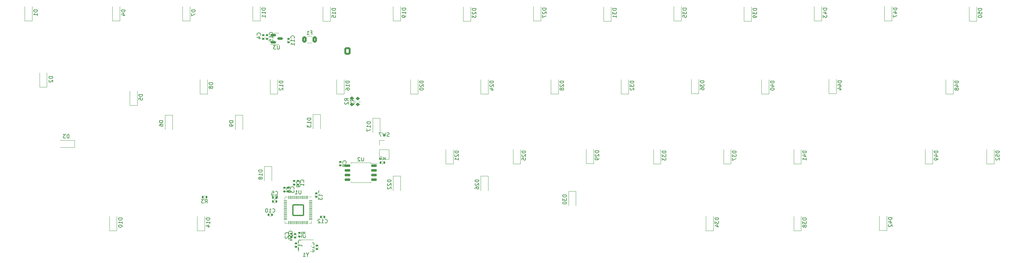
<source format=gbo>
%TF.GenerationSoftware,KiCad,Pcbnew,(6.0.6)*%
%TF.CreationDate,2022-08-10T23:24:21+02:00*%
%TF.ProjectId,rabid40,72616269-6434-4302-9e6b-696361645f70,rev?*%
%TF.SameCoordinates,Original*%
%TF.FileFunction,Legend,Bot*%
%TF.FilePolarity,Positive*%
%FSLAX46Y46*%
G04 Gerber Fmt 4.6, Leading zero omitted, Abs format (unit mm)*
G04 Created by KiCad (PCBNEW (6.0.6)) date 2022-08-10 23:24:21*
%MOMM*%
%LPD*%
G01*
G04 APERTURE LIST*
G04 Aperture macros list*
%AMRoundRect*
0 Rectangle with rounded corners*
0 $1 Rounding radius*
0 $2 $3 $4 $5 $6 $7 $8 $9 X,Y pos of 4 corners*
0 Add a 4 corners polygon primitive as box body*
4,1,4,$2,$3,$4,$5,$6,$7,$8,$9,$2,$3,0*
0 Add four circle primitives for the rounded corners*
1,1,$1+$1,$2,$3*
1,1,$1+$1,$4,$5*
1,1,$1+$1,$6,$7*
1,1,$1+$1,$8,$9*
0 Add four rect primitives between the rounded corners*
20,1,$1+$1,$2,$3,$4,$5,0*
20,1,$1+$1,$4,$5,$6,$7,0*
20,1,$1+$1,$6,$7,$8,$9,0*
20,1,$1+$1,$8,$9,$2,$3,0*%
G04 Aperture macros list end*
%ADD10C,0.150000*%
%ADD11C,0.120000*%
%ADD12C,1.750000*%
%ADD13C,3.987800*%
%ADD14C,2.300000*%
%ADD15O,1.700000X1.950000*%
%ADD16RoundRect,0.250000X-0.600000X-0.725000X0.600000X-0.725000X0.600000X0.725000X-0.600000X0.725000X0*%
%ADD17C,3.048000*%
%ADD18O,1.700000X1.700000*%
%ADD19R,1.700000X1.700000*%
%ADD20C,4.000000*%
%ADD21RoundRect,0.140000X0.170000X-0.140000X0.170000X0.140000X-0.170000X0.140000X-0.170000X-0.140000X0*%
%ADD22R,1.200000X0.900000*%
%ADD23RoundRect,0.144000X1.456000X1.456000X-1.456000X1.456000X-1.456000X-1.456000X1.456000X-1.456000X0*%
%ADD24RoundRect,0.050000X0.050000X0.387500X-0.050000X0.387500X-0.050000X-0.387500X0.050000X-0.387500X0*%
%ADD25RoundRect,0.050000X0.387500X0.050000X-0.387500X0.050000X-0.387500X-0.050000X0.387500X-0.050000X0*%
%ADD26RoundRect,0.135000X0.135000X0.185000X-0.135000X0.185000X-0.135000X-0.185000X0.135000X-0.185000X0*%
%ADD27RoundRect,0.140000X-0.170000X0.140000X-0.170000X-0.140000X0.170000X-0.140000X0.170000X0.140000X0*%
%ADD28RoundRect,0.140000X0.140000X0.170000X-0.140000X0.170000X-0.140000X-0.170000X0.140000X-0.170000X0*%
%ADD29R,0.900000X1.200000*%
%ADD30RoundRect,0.135000X0.185000X-0.135000X0.185000X0.135000X-0.185000X0.135000X-0.185000X-0.135000X0*%
%ADD31RoundRect,0.150000X0.650000X0.150000X-0.650000X0.150000X-0.650000X-0.150000X0.650000X-0.150000X0*%
%ADD32RoundRect,0.150000X-0.587500X-0.150000X0.587500X-0.150000X0.587500X0.150000X-0.587500X0.150000X0*%
%ADD33R,1.400000X1.200000*%
%ADD34RoundRect,0.200000X-0.275000X0.200000X-0.275000X-0.200000X0.275000X-0.200000X0.275000X0.200000X0*%
%ADD35RoundRect,0.250000X0.375000X0.625000X-0.375000X0.625000X-0.375000X-0.625000X0.375000X-0.625000X0*%
%ADD36RoundRect,0.135000X-0.135000X-0.185000X0.135000X-0.185000X0.135000X0.185000X-0.135000X0.185000X0*%
%ADD37RoundRect,0.140000X-0.140000X-0.170000X0.140000X-0.170000X0.140000X0.170000X-0.140000X0.170000X0*%
G04 APERTURE END LIST*
D10*
%TO.C,C11*%
X99184642Y-55668392D02*
X99232261Y-55620773D01*
X99279880Y-55477916D01*
X99279880Y-55382678D01*
X99232261Y-55239821D01*
X99137023Y-55144583D01*
X99041785Y-55096964D01*
X98851309Y-55049345D01*
X98708452Y-55049345D01*
X98517976Y-55096964D01*
X98422738Y-55144583D01*
X98327500Y-55239821D01*
X98279880Y-55382678D01*
X98279880Y-55477916D01*
X98327500Y-55620773D01*
X98375119Y-55668392D01*
X99279880Y-56620773D02*
X99279880Y-56049345D01*
X99279880Y-56335059D02*
X98279880Y-56335059D01*
X98422738Y-56239821D01*
X98517976Y-56144583D01*
X98565595Y-56049345D01*
X99279880Y-57573154D02*
X99279880Y-57001726D01*
X99279880Y-57287440D02*
X98279880Y-57287440D01*
X98422738Y-57192202D01*
X98517976Y-57096964D01*
X98565595Y-57001726D01*
%TO.C,D32*%
X191394880Y-67356964D02*
X190394880Y-67356964D01*
X190394880Y-67595059D01*
X190442500Y-67737916D01*
X190537738Y-67833154D01*
X190632976Y-67880773D01*
X190823452Y-67928392D01*
X190966309Y-67928392D01*
X191156785Y-67880773D01*
X191252023Y-67833154D01*
X191347261Y-67737916D01*
X191394880Y-67595059D01*
X191394880Y-67356964D01*
X190394880Y-68261726D02*
X190394880Y-68880773D01*
X190775833Y-68547440D01*
X190775833Y-68690297D01*
X190823452Y-68785535D01*
X190871071Y-68833154D01*
X190966309Y-68880773D01*
X191204404Y-68880773D01*
X191299642Y-68833154D01*
X191347261Y-68785535D01*
X191394880Y-68690297D01*
X191394880Y-68404583D01*
X191347261Y-68309345D01*
X191299642Y-68261726D01*
X190490119Y-69261726D02*
X190442500Y-69309345D01*
X190394880Y-69404583D01*
X190394880Y-69642678D01*
X190442500Y-69737916D01*
X190490119Y-69785535D01*
X190585357Y-69833154D01*
X190680595Y-69833154D01*
X190823452Y-69785535D01*
X191394880Y-69214107D01*
X191394880Y-69833154D01*
%TO.C,U1*%
X101016904Y-97129880D02*
X101016904Y-97939404D01*
X100969285Y-98034642D01*
X100921666Y-98082261D01*
X100826428Y-98129880D01*
X100635952Y-98129880D01*
X100540714Y-98082261D01*
X100493095Y-98034642D01*
X100445476Y-97939404D01*
X100445476Y-97129880D01*
X99445476Y-98129880D02*
X100016904Y-98129880D01*
X99731190Y-98129880D02*
X99731190Y-97129880D01*
X99826428Y-97272738D01*
X99921666Y-97367976D01*
X100016904Y-97415595D01*
%TO.C,D1*%
X29469880Y-47989404D02*
X28469880Y-47989404D01*
X28469880Y-48227500D01*
X28517500Y-48370357D01*
X28612738Y-48465595D01*
X28707976Y-48513214D01*
X28898452Y-48560833D01*
X29041309Y-48560833D01*
X29231785Y-48513214D01*
X29327023Y-48465595D01*
X29422261Y-48370357D01*
X29469880Y-48227500D01*
X29469880Y-47989404D01*
X29469880Y-49513214D02*
X29469880Y-48941785D01*
X29469880Y-49227500D02*
X28469880Y-49227500D01*
X28612738Y-49132261D01*
X28707976Y-49037023D01*
X28755595Y-48941785D01*
%TO.C,D20*%
X134244880Y-67356964D02*
X133244880Y-67356964D01*
X133244880Y-67595059D01*
X133292500Y-67737916D01*
X133387738Y-67833154D01*
X133482976Y-67880773D01*
X133673452Y-67928392D01*
X133816309Y-67928392D01*
X134006785Y-67880773D01*
X134102023Y-67833154D01*
X134197261Y-67737916D01*
X134244880Y-67595059D01*
X134244880Y-67356964D01*
X133340119Y-68309345D02*
X133292500Y-68356964D01*
X133244880Y-68452202D01*
X133244880Y-68690297D01*
X133292500Y-68785535D01*
X133340119Y-68833154D01*
X133435357Y-68880773D01*
X133530595Y-68880773D01*
X133673452Y-68833154D01*
X134244880Y-68261726D01*
X134244880Y-68880773D01*
X133244880Y-69499821D02*
X133244880Y-69595059D01*
X133292500Y-69690297D01*
X133340119Y-69737916D01*
X133435357Y-69785535D01*
X133625833Y-69833154D01*
X133863928Y-69833154D01*
X134054404Y-69785535D01*
X134149642Y-69737916D01*
X134197261Y-69690297D01*
X134244880Y-69595059D01*
X134244880Y-69499821D01*
X134197261Y-69404583D01*
X134149642Y-69356964D01*
X134054404Y-69309345D01*
X133863928Y-69261726D01*
X133625833Y-69261726D01*
X133435357Y-69309345D01*
X133340119Y-69356964D01*
X133292500Y-69404583D01*
X133244880Y-69499821D01*
%TO.C,D44*%
X247751130Y-67294464D02*
X246751130Y-67294464D01*
X246751130Y-67532559D01*
X246798750Y-67675416D01*
X246893988Y-67770654D01*
X246989226Y-67818273D01*
X247179702Y-67865892D01*
X247322559Y-67865892D01*
X247513035Y-67818273D01*
X247608273Y-67770654D01*
X247703511Y-67675416D01*
X247751130Y-67532559D01*
X247751130Y-67294464D01*
X247084464Y-68723035D02*
X247751130Y-68723035D01*
X246703511Y-68484940D02*
X247417797Y-68246845D01*
X247417797Y-68865892D01*
X247084464Y-69675416D02*
X247751130Y-69675416D01*
X246703511Y-69437321D02*
X247417797Y-69199226D01*
X247417797Y-69818273D01*
%TO.C,C6*%
X98054642Y-96770833D02*
X98102261Y-96723214D01*
X98149880Y-96580357D01*
X98149880Y-96485119D01*
X98102261Y-96342261D01*
X98007023Y-96247023D01*
X97911785Y-96199404D01*
X97721309Y-96151785D01*
X97578452Y-96151785D01*
X97387976Y-96199404D01*
X97292738Y-96247023D01*
X97197500Y-96342261D01*
X97149880Y-96485119D01*
X97149880Y-96580357D01*
X97197500Y-96723214D01*
X97245119Y-96770833D01*
X97149880Y-97627976D02*
X97149880Y-97437500D01*
X97197500Y-97342261D01*
X97245119Y-97294642D01*
X97387976Y-97199404D01*
X97578452Y-97151785D01*
X97959404Y-97151785D01*
X98054642Y-97199404D01*
X98102261Y-97247023D01*
X98149880Y-97342261D01*
X98149880Y-97532738D01*
X98102261Y-97627976D01*
X98054642Y-97675595D01*
X97959404Y-97723214D01*
X97721309Y-97723214D01*
X97626071Y-97675595D01*
X97578452Y-97627976D01*
X97530833Y-97532738D01*
X97530833Y-97342261D01*
X97578452Y-97247023D01*
X97626071Y-97199404D01*
X97721309Y-97151785D01*
%TO.C,D39*%
X224732380Y-47575714D02*
X223732380Y-47575714D01*
X223732380Y-47813809D01*
X223780000Y-47956666D01*
X223875238Y-48051904D01*
X223970476Y-48099523D01*
X224160952Y-48147142D01*
X224303809Y-48147142D01*
X224494285Y-48099523D01*
X224589523Y-48051904D01*
X224684761Y-47956666D01*
X224732380Y-47813809D01*
X224732380Y-47575714D01*
X223732380Y-48480476D02*
X223732380Y-49099523D01*
X224113333Y-48766190D01*
X224113333Y-48909047D01*
X224160952Y-49004285D01*
X224208571Y-49051904D01*
X224303809Y-49099523D01*
X224541904Y-49099523D01*
X224637142Y-49051904D01*
X224684761Y-49004285D01*
X224732380Y-48909047D01*
X224732380Y-48623333D01*
X224684761Y-48528095D01*
X224637142Y-48480476D01*
X224732380Y-49575714D02*
X224732380Y-49766190D01*
X224684761Y-49861428D01*
X224637142Y-49909047D01*
X224494285Y-50004285D01*
X224303809Y-50051904D01*
X223922857Y-50051904D01*
X223827619Y-50004285D01*
X223780000Y-49956666D01*
X223732380Y-49861428D01*
X223732380Y-49670952D01*
X223780000Y-49575714D01*
X223827619Y-49528095D01*
X223922857Y-49480476D01*
X224160952Y-49480476D01*
X224256190Y-49528095D01*
X224303809Y-49575714D01*
X224351428Y-49670952D01*
X224351428Y-49861428D01*
X224303809Y-49956666D01*
X224256190Y-50004285D01*
X224160952Y-50051904D01*
%TO.C,D15*%
X110432380Y-47575714D02*
X109432380Y-47575714D01*
X109432380Y-47813809D01*
X109480000Y-47956666D01*
X109575238Y-48051904D01*
X109670476Y-48099523D01*
X109860952Y-48147142D01*
X110003809Y-48147142D01*
X110194285Y-48099523D01*
X110289523Y-48051904D01*
X110384761Y-47956666D01*
X110432380Y-47813809D01*
X110432380Y-47575714D01*
X110432380Y-49099523D02*
X110432380Y-48528095D01*
X110432380Y-48813809D02*
X109432380Y-48813809D01*
X109575238Y-48718571D01*
X109670476Y-48623333D01*
X109718095Y-48528095D01*
X109432380Y-50004285D02*
X109432380Y-49528095D01*
X109908571Y-49480476D01*
X109860952Y-49528095D01*
X109813333Y-49623333D01*
X109813333Y-49861428D01*
X109860952Y-49956666D01*
X109908571Y-50004285D01*
X110003809Y-50051904D01*
X110241904Y-50051904D01*
X110337142Y-50004285D01*
X110384761Y-49956666D01*
X110432380Y-49861428D01*
X110432380Y-49623333D01*
X110384761Y-49528095D01*
X110337142Y-49480476D01*
%TO.C,D26*%
X149294880Y-94281964D02*
X148294880Y-94281964D01*
X148294880Y-94520059D01*
X148342500Y-94662916D01*
X148437738Y-94758154D01*
X148532976Y-94805773D01*
X148723452Y-94853392D01*
X148866309Y-94853392D01*
X149056785Y-94805773D01*
X149152023Y-94758154D01*
X149247261Y-94662916D01*
X149294880Y-94520059D01*
X149294880Y-94281964D01*
X148390119Y-95234345D02*
X148342500Y-95281964D01*
X148294880Y-95377202D01*
X148294880Y-95615297D01*
X148342500Y-95710535D01*
X148390119Y-95758154D01*
X148485357Y-95805773D01*
X148580595Y-95805773D01*
X148723452Y-95758154D01*
X149294880Y-95186726D01*
X149294880Y-95805773D01*
X148294880Y-96662916D02*
X148294880Y-96472440D01*
X148342500Y-96377202D01*
X148390119Y-96329583D01*
X148532976Y-96234345D01*
X148723452Y-96186726D01*
X149104404Y-96186726D01*
X149199642Y-96234345D01*
X149247261Y-96281964D01*
X149294880Y-96377202D01*
X149294880Y-96567678D01*
X149247261Y-96662916D01*
X149199642Y-96710535D01*
X149104404Y-96758154D01*
X148866309Y-96758154D01*
X148771071Y-96710535D01*
X148723452Y-96662916D01*
X148675833Y-96567678D01*
X148675833Y-96377202D01*
X148723452Y-96281964D01*
X148771071Y-96234345D01*
X148866309Y-96186726D01*
%TO.C,D4*%
X53282380Y-47989404D02*
X52282380Y-47989404D01*
X52282380Y-48227500D01*
X52330000Y-48370357D01*
X52425238Y-48465595D01*
X52520476Y-48513214D01*
X52710952Y-48560833D01*
X52853809Y-48560833D01*
X53044285Y-48513214D01*
X53139523Y-48465595D01*
X53234761Y-48370357D01*
X53282380Y-48227500D01*
X53282380Y-47989404D01*
X52615714Y-49417976D02*
X53282380Y-49417976D01*
X52234761Y-49179880D02*
X52949047Y-48941785D01*
X52949047Y-49560833D01*
%TO.C,R4*%
X123306666Y-88842380D02*
X123640000Y-88366190D01*
X123878095Y-88842380D02*
X123878095Y-87842380D01*
X123497142Y-87842380D01*
X123401904Y-87890000D01*
X123354285Y-87937619D01*
X123306666Y-88032857D01*
X123306666Y-88175714D01*
X123354285Y-88270952D01*
X123401904Y-88318571D01*
X123497142Y-88366190D01*
X123878095Y-88366190D01*
X122449523Y-88175714D02*
X122449523Y-88842380D01*
X122687619Y-87794761D02*
X122925714Y-88509047D01*
X122306666Y-88509047D01*
%TO.C,C4*%
X89990892Y-54868333D02*
X90038511Y-54820714D01*
X90086130Y-54677857D01*
X90086130Y-54582619D01*
X90038511Y-54439761D01*
X89943273Y-54344523D01*
X89848035Y-54296904D01*
X89657559Y-54249285D01*
X89514702Y-54249285D01*
X89324226Y-54296904D01*
X89228988Y-54344523D01*
X89133750Y-54439761D01*
X89086130Y-54582619D01*
X89086130Y-54677857D01*
X89133750Y-54820714D01*
X89181369Y-54868333D01*
X89419464Y-55725476D02*
X90086130Y-55725476D01*
X89038511Y-55487380D02*
X89752797Y-55249285D01*
X89752797Y-55868333D01*
%TO.C,D10*%
X52488630Y-104663214D02*
X51488630Y-104663214D01*
X51488630Y-104901309D01*
X51536250Y-105044166D01*
X51631488Y-105139404D01*
X51726726Y-105187023D01*
X51917202Y-105234642D01*
X52060059Y-105234642D01*
X52250535Y-105187023D01*
X52345773Y-105139404D01*
X52441011Y-105044166D01*
X52488630Y-104901309D01*
X52488630Y-104663214D01*
X52488630Y-106187023D02*
X52488630Y-105615595D01*
X52488630Y-105901309D02*
X51488630Y-105901309D01*
X51631488Y-105806071D01*
X51726726Y-105710833D01*
X51774345Y-105615595D01*
X51488630Y-106806071D02*
X51488630Y-106901309D01*
X51536250Y-106996547D01*
X51583869Y-107044166D01*
X51679107Y-107091785D01*
X51869583Y-107139404D01*
X52107678Y-107139404D01*
X52298154Y-107091785D01*
X52393392Y-107044166D01*
X52441011Y-106996547D01*
X52488630Y-106901309D01*
X52488630Y-106806071D01*
X52441011Y-106710833D01*
X52393392Y-106663214D01*
X52298154Y-106615595D01*
X52107678Y-106567976D01*
X51869583Y-106567976D01*
X51679107Y-106615595D01*
X51583869Y-106663214D01*
X51536250Y-106710833D01*
X51488630Y-106806071D01*
%TO.C,D24*%
X153294880Y-67356964D02*
X152294880Y-67356964D01*
X152294880Y-67595059D01*
X152342500Y-67737916D01*
X152437738Y-67833154D01*
X152532976Y-67880773D01*
X152723452Y-67928392D01*
X152866309Y-67928392D01*
X153056785Y-67880773D01*
X153152023Y-67833154D01*
X153247261Y-67737916D01*
X153294880Y-67595059D01*
X153294880Y-67356964D01*
X152390119Y-68309345D02*
X152342500Y-68356964D01*
X152294880Y-68452202D01*
X152294880Y-68690297D01*
X152342500Y-68785535D01*
X152390119Y-68833154D01*
X152485357Y-68880773D01*
X152580595Y-68880773D01*
X152723452Y-68833154D01*
X153294880Y-68261726D01*
X153294880Y-68880773D01*
X152628214Y-69737916D02*
X153294880Y-69737916D01*
X152247261Y-69499821D02*
X152961547Y-69261726D01*
X152961547Y-69880773D01*
%TO.C,SW7*%
X124963333Y-82394761D02*
X124820476Y-82442380D01*
X124582380Y-82442380D01*
X124487142Y-82394761D01*
X124439523Y-82347142D01*
X124391904Y-82251904D01*
X124391904Y-82156666D01*
X124439523Y-82061428D01*
X124487142Y-82013809D01*
X124582380Y-81966190D01*
X124772857Y-81918571D01*
X124868095Y-81870952D01*
X124915714Y-81823333D01*
X124963333Y-81728095D01*
X124963333Y-81632857D01*
X124915714Y-81537619D01*
X124868095Y-81490000D01*
X124772857Y-81442380D01*
X124534761Y-81442380D01*
X124391904Y-81490000D01*
X124058571Y-81442380D02*
X123820476Y-82442380D01*
X123630000Y-81728095D01*
X123439523Y-82442380D01*
X123201428Y-81442380D01*
X122915714Y-81442380D02*
X122249047Y-81442380D01*
X122677619Y-82442380D01*
%TO.C,C5*%
X94064166Y-98284642D02*
X94111785Y-98332261D01*
X94254642Y-98379880D01*
X94349880Y-98379880D01*
X94492738Y-98332261D01*
X94587976Y-98237023D01*
X94635595Y-98141785D01*
X94683214Y-97951309D01*
X94683214Y-97808452D01*
X94635595Y-97617976D01*
X94587976Y-97522738D01*
X94492738Y-97427500D01*
X94349880Y-97379880D01*
X94254642Y-97379880D01*
X94111785Y-97427500D01*
X94064166Y-97475119D01*
X93159404Y-97379880D02*
X93635595Y-97379880D01*
X93683214Y-97856071D01*
X93635595Y-97808452D01*
X93540357Y-97760833D01*
X93302261Y-97760833D01*
X93207023Y-97808452D01*
X93159404Y-97856071D01*
X93111785Y-97951309D01*
X93111785Y-98189404D01*
X93159404Y-98284642D01*
X93207023Y-98332261D01*
X93302261Y-98379880D01*
X93540357Y-98379880D01*
X93635595Y-98332261D01*
X93683214Y-98284642D01*
%TO.C,D28*%
X172344880Y-67356964D02*
X171344880Y-67356964D01*
X171344880Y-67595059D01*
X171392500Y-67737916D01*
X171487738Y-67833154D01*
X171582976Y-67880773D01*
X171773452Y-67928392D01*
X171916309Y-67928392D01*
X172106785Y-67880773D01*
X172202023Y-67833154D01*
X172297261Y-67737916D01*
X172344880Y-67595059D01*
X172344880Y-67356964D01*
X171440119Y-68309345D02*
X171392500Y-68356964D01*
X171344880Y-68452202D01*
X171344880Y-68690297D01*
X171392500Y-68785535D01*
X171440119Y-68833154D01*
X171535357Y-68880773D01*
X171630595Y-68880773D01*
X171773452Y-68833154D01*
X172344880Y-68261726D01*
X172344880Y-68880773D01*
X171773452Y-69452202D02*
X171725833Y-69356964D01*
X171678214Y-69309345D01*
X171582976Y-69261726D01*
X171535357Y-69261726D01*
X171440119Y-69309345D01*
X171392500Y-69356964D01*
X171344880Y-69452202D01*
X171344880Y-69642678D01*
X171392500Y-69737916D01*
X171440119Y-69785535D01*
X171535357Y-69833154D01*
X171582976Y-69833154D01*
X171678214Y-69785535D01*
X171725833Y-69737916D01*
X171773452Y-69642678D01*
X171773452Y-69452202D01*
X171821071Y-69356964D01*
X171868690Y-69309345D01*
X171963928Y-69261726D01*
X172154404Y-69261726D01*
X172249642Y-69309345D01*
X172297261Y-69356964D01*
X172344880Y-69452202D01*
X172344880Y-69642678D01*
X172297261Y-69737916D01*
X172249642Y-69785535D01*
X172154404Y-69833154D01*
X171963928Y-69833154D01*
X171868690Y-69785535D01*
X171821071Y-69737916D01*
X171773452Y-69642678D01*
%TO.C,D49*%
X273944880Y-86406964D02*
X272944880Y-86406964D01*
X272944880Y-86645059D01*
X272992500Y-86787916D01*
X273087738Y-86883154D01*
X273182976Y-86930773D01*
X273373452Y-86978392D01*
X273516309Y-86978392D01*
X273706785Y-86930773D01*
X273802023Y-86883154D01*
X273897261Y-86787916D01*
X273944880Y-86645059D01*
X273944880Y-86406964D01*
X273278214Y-87835535D02*
X273944880Y-87835535D01*
X272897261Y-87597440D02*
X273611547Y-87359345D01*
X273611547Y-87978392D01*
X273944880Y-88406964D02*
X273944880Y-88597440D01*
X273897261Y-88692678D01*
X273849642Y-88740297D01*
X273706785Y-88835535D01*
X273516309Y-88883154D01*
X273135357Y-88883154D01*
X273040119Y-88835535D01*
X272992500Y-88787916D01*
X272944880Y-88692678D01*
X272944880Y-88502202D01*
X272992500Y-88406964D01*
X273040119Y-88359345D01*
X273135357Y-88311726D01*
X273373452Y-88311726D01*
X273468690Y-88359345D01*
X273516309Y-88406964D01*
X273563928Y-88502202D01*
X273563928Y-88692678D01*
X273516309Y-88787916D01*
X273468690Y-88835535D01*
X273373452Y-88883154D01*
%TO.C,D3*%
X38074345Y-82898630D02*
X38074345Y-81898630D01*
X37836250Y-81898630D01*
X37693392Y-81946250D01*
X37598154Y-82041488D01*
X37550535Y-82136726D01*
X37502916Y-82327202D01*
X37502916Y-82470059D01*
X37550535Y-82660535D01*
X37598154Y-82755773D01*
X37693392Y-82851011D01*
X37836250Y-82898630D01*
X38074345Y-82898630D01*
X37169583Y-81898630D02*
X36550535Y-81898630D01*
X36883869Y-82279583D01*
X36741011Y-82279583D01*
X36645773Y-82327202D01*
X36598154Y-82374821D01*
X36550535Y-82470059D01*
X36550535Y-82708154D01*
X36598154Y-82803392D01*
X36645773Y-82851011D01*
X36741011Y-82898630D01*
X37026726Y-82898630D01*
X37121964Y-82851011D01*
X37169583Y-82803392D01*
%TO.C,D17*%
X119926130Y-78469464D02*
X118926130Y-78469464D01*
X118926130Y-78707559D01*
X118973750Y-78850416D01*
X119068988Y-78945654D01*
X119164226Y-78993273D01*
X119354702Y-79040892D01*
X119497559Y-79040892D01*
X119688035Y-78993273D01*
X119783273Y-78945654D01*
X119878511Y-78850416D01*
X119926130Y-78707559D01*
X119926130Y-78469464D01*
X119926130Y-79993273D02*
X119926130Y-79421845D01*
X119926130Y-79707559D02*
X118926130Y-79707559D01*
X119068988Y-79612321D01*
X119164226Y-79517083D01*
X119211845Y-79421845D01*
X118926130Y-80326607D02*
X118926130Y-80993273D01*
X119926130Y-80564702D01*
%TO.C,D47*%
X262832380Y-47450714D02*
X261832380Y-47450714D01*
X261832380Y-47688809D01*
X261880000Y-47831666D01*
X261975238Y-47926904D01*
X262070476Y-47974523D01*
X262260952Y-48022142D01*
X262403809Y-48022142D01*
X262594285Y-47974523D01*
X262689523Y-47926904D01*
X262784761Y-47831666D01*
X262832380Y-47688809D01*
X262832380Y-47450714D01*
X262165714Y-48879285D02*
X262832380Y-48879285D01*
X261784761Y-48641190D02*
X262499047Y-48403095D01*
X262499047Y-49022142D01*
X261832380Y-49307857D02*
X261832380Y-49974523D01*
X262832380Y-49545952D01*
%TO.C,D42*%
X261477380Y-104535714D02*
X260477380Y-104535714D01*
X260477380Y-104773809D01*
X260525000Y-104916666D01*
X260620238Y-105011904D01*
X260715476Y-105059523D01*
X260905952Y-105107142D01*
X261048809Y-105107142D01*
X261239285Y-105059523D01*
X261334523Y-105011904D01*
X261429761Y-104916666D01*
X261477380Y-104773809D01*
X261477380Y-104535714D01*
X260810714Y-105964285D02*
X261477380Y-105964285D01*
X260429761Y-105726190D02*
X261144047Y-105488095D01*
X261144047Y-106107142D01*
X260572619Y-106440476D02*
X260525000Y-106488095D01*
X260477380Y-106583333D01*
X260477380Y-106821428D01*
X260525000Y-106916666D01*
X260572619Y-106964285D01*
X260667857Y-107011904D01*
X260763095Y-107011904D01*
X260905952Y-106964285D01*
X261477380Y-106392857D01*
X261477380Y-107011904D01*
%TO.C,D50*%
X285851130Y-47575714D02*
X284851130Y-47575714D01*
X284851130Y-47813809D01*
X284898750Y-47956666D01*
X284993988Y-48051904D01*
X285089226Y-48099523D01*
X285279702Y-48147142D01*
X285422559Y-48147142D01*
X285613035Y-48099523D01*
X285708273Y-48051904D01*
X285803511Y-47956666D01*
X285851130Y-47813809D01*
X285851130Y-47575714D01*
X284851130Y-49051904D02*
X284851130Y-48575714D01*
X285327321Y-48528095D01*
X285279702Y-48575714D01*
X285232083Y-48670952D01*
X285232083Y-48909047D01*
X285279702Y-49004285D01*
X285327321Y-49051904D01*
X285422559Y-49099523D01*
X285660654Y-49099523D01*
X285755892Y-49051904D01*
X285803511Y-49004285D01*
X285851130Y-48909047D01*
X285851130Y-48670952D01*
X285803511Y-48575714D01*
X285755892Y-48528095D01*
X284851130Y-49718571D02*
X284851130Y-49813809D01*
X284898750Y-49909047D01*
X284946369Y-49956666D01*
X285041607Y-50004285D01*
X285232083Y-50051904D01*
X285470178Y-50051904D01*
X285660654Y-50004285D01*
X285755892Y-49956666D01*
X285803511Y-49909047D01*
X285851130Y-49813809D01*
X285851130Y-49718571D01*
X285803511Y-49623333D01*
X285755892Y-49575714D01*
X285660654Y-49528095D01*
X285470178Y-49480476D01*
X285232083Y-49480476D01*
X285041607Y-49528095D01*
X284946369Y-49575714D01*
X284898750Y-49623333D01*
X284851130Y-49718571D01*
%TO.C,D8*%
X77094880Y-67833154D02*
X76094880Y-67833154D01*
X76094880Y-68071250D01*
X76142500Y-68214107D01*
X76237738Y-68309345D01*
X76332976Y-68356964D01*
X76523452Y-68404583D01*
X76666309Y-68404583D01*
X76856785Y-68356964D01*
X76952023Y-68309345D01*
X77047261Y-68214107D01*
X77094880Y-68071250D01*
X77094880Y-67833154D01*
X76523452Y-68976011D02*
X76475833Y-68880773D01*
X76428214Y-68833154D01*
X76332976Y-68785535D01*
X76285357Y-68785535D01*
X76190119Y-68833154D01*
X76142500Y-68880773D01*
X76094880Y-68976011D01*
X76094880Y-69166488D01*
X76142500Y-69261726D01*
X76190119Y-69309345D01*
X76285357Y-69356964D01*
X76332976Y-69356964D01*
X76428214Y-69309345D01*
X76475833Y-69261726D01*
X76523452Y-69166488D01*
X76523452Y-68976011D01*
X76571071Y-68880773D01*
X76618690Y-68833154D01*
X76713928Y-68785535D01*
X76904404Y-68785535D01*
X76999642Y-68833154D01*
X77047261Y-68880773D01*
X77094880Y-68976011D01*
X77094880Y-69166488D01*
X77047261Y-69261726D01*
X76999642Y-69309345D01*
X76904404Y-69356964D01*
X76713928Y-69356964D01*
X76618690Y-69309345D01*
X76571071Y-69261726D01*
X76523452Y-69166488D01*
%TO.C,R5*%
X102249880Y-109060833D02*
X101773690Y-108727500D01*
X102249880Y-108489404D02*
X101249880Y-108489404D01*
X101249880Y-108870357D01*
X101297500Y-108965595D01*
X101345119Y-109013214D01*
X101440357Y-109060833D01*
X101583214Y-109060833D01*
X101678452Y-109013214D01*
X101726071Y-108965595D01*
X101773690Y-108870357D01*
X101773690Y-108489404D01*
X101249880Y-109965595D02*
X101249880Y-109489404D01*
X101726071Y-109441785D01*
X101678452Y-109489404D01*
X101630833Y-109584642D01*
X101630833Y-109822738D01*
X101678452Y-109917976D01*
X101726071Y-109965595D01*
X101821309Y-110013214D01*
X102059404Y-110013214D01*
X102154642Y-109965595D01*
X102202261Y-109917976D01*
X102249880Y-109822738D01*
X102249880Y-109584642D01*
X102202261Y-109489404D01*
X102154642Y-109441785D01*
%TO.C,D48*%
X279501130Y-67356964D02*
X278501130Y-67356964D01*
X278501130Y-67595059D01*
X278548750Y-67737916D01*
X278643988Y-67833154D01*
X278739226Y-67880773D01*
X278929702Y-67928392D01*
X279072559Y-67928392D01*
X279263035Y-67880773D01*
X279358273Y-67833154D01*
X279453511Y-67737916D01*
X279501130Y-67595059D01*
X279501130Y-67356964D01*
X278834464Y-68785535D02*
X279501130Y-68785535D01*
X278453511Y-68547440D02*
X279167797Y-68309345D01*
X279167797Y-68928392D01*
X278929702Y-69452202D02*
X278882083Y-69356964D01*
X278834464Y-69309345D01*
X278739226Y-69261726D01*
X278691607Y-69261726D01*
X278596369Y-69309345D01*
X278548750Y-69356964D01*
X278501130Y-69452202D01*
X278501130Y-69642678D01*
X278548750Y-69737916D01*
X278596369Y-69785535D01*
X278691607Y-69833154D01*
X278739226Y-69833154D01*
X278834464Y-69785535D01*
X278882083Y-69737916D01*
X278929702Y-69642678D01*
X278929702Y-69452202D01*
X278977321Y-69356964D01*
X279024940Y-69309345D01*
X279120178Y-69261726D01*
X279310654Y-69261726D01*
X279405892Y-69309345D01*
X279453511Y-69356964D01*
X279501130Y-69452202D01*
X279501130Y-69642678D01*
X279453511Y-69737916D01*
X279405892Y-69785535D01*
X279310654Y-69833154D01*
X279120178Y-69833154D01*
X279024940Y-69785535D01*
X278977321Y-69737916D01*
X278929702Y-69642678D01*
%TO.C,D34*%
X214413630Y-104600714D02*
X213413630Y-104600714D01*
X213413630Y-104838809D01*
X213461250Y-104981666D01*
X213556488Y-105076904D01*
X213651726Y-105124523D01*
X213842202Y-105172142D01*
X213985059Y-105172142D01*
X214175535Y-105124523D01*
X214270773Y-105076904D01*
X214366011Y-104981666D01*
X214413630Y-104838809D01*
X214413630Y-104600714D01*
X213413630Y-105505476D02*
X213413630Y-106124523D01*
X213794583Y-105791190D01*
X213794583Y-105934047D01*
X213842202Y-106029285D01*
X213889821Y-106076904D01*
X213985059Y-106124523D01*
X214223154Y-106124523D01*
X214318392Y-106076904D01*
X214366011Y-106029285D01*
X214413630Y-105934047D01*
X214413630Y-105648333D01*
X214366011Y-105553095D01*
X214318392Y-105505476D01*
X213746964Y-106981666D02*
X214413630Y-106981666D01*
X213366011Y-106743571D02*
X214080297Y-106505476D01*
X214080297Y-107124523D01*
%TO.C,D30*%
X173107380Y-98375714D02*
X172107380Y-98375714D01*
X172107380Y-98613809D01*
X172155000Y-98756666D01*
X172250238Y-98851904D01*
X172345476Y-98899523D01*
X172535952Y-98947142D01*
X172678809Y-98947142D01*
X172869285Y-98899523D01*
X172964523Y-98851904D01*
X173059761Y-98756666D01*
X173107380Y-98613809D01*
X173107380Y-98375714D01*
X172107380Y-99280476D02*
X172107380Y-99899523D01*
X172488333Y-99566190D01*
X172488333Y-99709047D01*
X172535952Y-99804285D01*
X172583571Y-99851904D01*
X172678809Y-99899523D01*
X172916904Y-99899523D01*
X173012142Y-99851904D01*
X173059761Y-99804285D01*
X173107380Y-99709047D01*
X173107380Y-99423333D01*
X173059761Y-99328095D01*
X173012142Y-99280476D01*
X172107380Y-100518571D02*
X172107380Y-100613809D01*
X172155000Y-100709047D01*
X172202619Y-100756666D01*
X172297857Y-100804285D01*
X172488333Y-100851904D01*
X172726428Y-100851904D01*
X172916904Y-100804285D01*
X173012142Y-100756666D01*
X173059761Y-100709047D01*
X173107380Y-100613809D01*
X173107380Y-100518571D01*
X173059761Y-100423333D01*
X173012142Y-100375714D01*
X172916904Y-100328095D01*
X172726428Y-100280476D01*
X172488333Y-100280476D01*
X172297857Y-100328095D01*
X172202619Y-100375714D01*
X172155000Y-100423333D01*
X172107380Y-100518571D01*
%TO.C,U2*%
X118049404Y-88174880D02*
X118049404Y-88984404D01*
X118001785Y-89079642D01*
X117954166Y-89127261D01*
X117858928Y-89174880D01*
X117668452Y-89174880D01*
X117573214Y-89127261D01*
X117525595Y-89079642D01*
X117477976Y-88984404D01*
X117477976Y-88174880D01*
X117049404Y-88270119D02*
X117001785Y-88222500D01*
X116906547Y-88174880D01*
X116668452Y-88174880D01*
X116573214Y-88222500D01*
X116525595Y-88270119D01*
X116477976Y-88365357D01*
X116477976Y-88460595D01*
X116525595Y-88603452D01*
X117097023Y-89174880D01*
X116477976Y-89174880D01*
%TO.C,D23*%
X148532380Y-47575714D02*
X147532380Y-47575714D01*
X147532380Y-47813809D01*
X147580000Y-47956666D01*
X147675238Y-48051904D01*
X147770476Y-48099523D01*
X147960952Y-48147142D01*
X148103809Y-48147142D01*
X148294285Y-48099523D01*
X148389523Y-48051904D01*
X148484761Y-47956666D01*
X148532380Y-47813809D01*
X148532380Y-47575714D01*
X147627619Y-48528095D02*
X147580000Y-48575714D01*
X147532380Y-48670952D01*
X147532380Y-48909047D01*
X147580000Y-49004285D01*
X147627619Y-49051904D01*
X147722857Y-49099523D01*
X147818095Y-49099523D01*
X147960952Y-49051904D01*
X148532380Y-48480476D01*
X148532380Y-49099523D01*
X147532380Y-49432857D02*
X147532380Y-50051904D01*
X147913333Y-49718571D01*
X147913333Y-49861428D01*
X147960952Y-49956666D01*
X148008571Y-50004285D01*
X148103809Y-50051904D01*
X148341904Y-50051904D01*
X148437142Y-50004285D01*
X148484761Y-49956666D01*
X148532380Y-49861428D01*
X148532380Y-49575714D01*
X148484761Y-49480476D01*
X148437142Y-49432857D01*
%TO.C,D41*%
X238226130Y-86406964D02*
X237226130Y-86406964D01*
X237226130Y-86645059D01*
X237273750Y-86787916D01*
X237368988Y-86883154D01*
X237464226Y-86930773D01*
X237654702Y-86978392D01*
X237797559Y-86978392D01*
X237988035Y-86930773D01*
X238083273Y-86883154D01*
X238178511Y-86787916D01*
X238226130Y-86645059D01*
X238226130Y-86406964D01*
X237559464Y-87835535D02*
X238226130Y-87835535D01*
X237178511Y-87597440D02*
X237892797Y-87359345D01*
X237892797Y-87978392D01*
X238226130Y-88883154D02*
X238226130Y-88311726D01*
X238226130Y-88597440D02*
X237226130Y-88597440D01*
X237368988Y-88502202D01*
X237464226Y-88406964D01*
X237511845Y-88311726D01*
%TO.C,D9*%
X82619880Y-78151904D02*
X81619880Y-78151904D01*
X81619880Y-78390000D01*
X81667500Y-78532857D01*
X81762738Y-78628095D01*
X81857976Y-78675714D01*
X82048452Y-78723333D01*
X82191309Y-78723333D01*
X82381785Y-78675714D01*
X82477023Y-78628095D01*
X82572261Y-78532857D01*
X82619880Y-78390000D01*
X82619880Y-78151904D01*
X82619880Y-79199523D02*
X82619880Y-79390000D01*
X82572261Y-79485238D01*
X82524642Y-79532857D01*
X82381785Y-79628095D01*
X82191309Y-79675714D01*
X81810357Y-79675714D01*
X81715119Y-79628095D01*
X81667500Y-79580476D01*
X81619880Y-79485238D01*
X81619880Y-79294761D01*
X81667500Y-79199523D01*
X81715119Y-79151904D01*
X81810357Y-79104285D01*
X82048452Y-79104285D01*
X82143690Y-79151904D01*
X82191309Y-79199523D01*
X82238928Y-79294761D01*
X82238928Y-79485238D01*
X82191309Y-79580476D01*
X82143690Y-79628095D01*
X82048452Y-79675714D01*
%TO.C,D12*%
X96144880Y-67356964D02*
X95144880Y-67356964D01*
X95144880Y-67595059D01*
X95192500Y-67737916D01*
X95287738Y-67833154D01*
X95382976Y-67880773D01*
X95573452Y-67928392D01*
X95716309Y-67928392D01*
X95906785Y-67880773D01*
X96002023Y-67833154D01*
X96097261Y-67737916D01*
X96144880Y-67595059D01*
X96144880Y-67356964D01*
X96144880Y-68880773D02*
X96144880Y-68309345D01*
X96144880Y-68595059D02*
X95144880Y-68595059D01*
X95287738Y-68499821D01*
X95382976Y-68404583D01*
X95430595Y-68309345D01*
X95240119Y-69261726D02*
X95192500Y-69309345D01*
X95144880Y-69404583D01*
X95144880Y-69642678D01*
X95192500Y-69737916D01*
X95240119Y-69785535D01*
X95335357Y-69833154D01*
X95430595Y-69833154D01*
X95573452Y-69785535D01*
X96144880Y-69214107D01*
X96144880Y-69833154D01*
%TO.C,U3*%
X95171904Y-57669880D02*
X95171904Y-58479404D01*
X95124285Y-58574642D01*
X95076666Y-58622261D01*
X94981428Y-58669880D01*
X94790952Y-58669880D01*
X94695714Y-58622261D01*
X94648095Y-58574642D01*
X94600476Y-58479404D01*
X94600476Y-57669880D01*
X94219523Y-57669880D02*
X93600476Y-57669880D01*
X93933809Y-58050833D01*
X93790952Y-58050833D01*
X93695714Y-58098452D01*
X93648095Y-58146071D01*
X93600476Y-58241309D01*
X93600476Y-58479404D01*
X93648095Y-58574642D01*
X93695714Y-58622261D01*
X93790952Y-58669880D01*
X94076666Y-58669880D01*
X94171904Y-58622261D01*
X94219523Y-58574642D01*
%TO.C,D43*%
X243782380Y-47513214D02*
X242782380Y-47513214D01*
X242782380Y-47751309D01*
X242830000Y-47894166D01*
X242925238Y-47989404D01*
X243020476Y-48037023D01*
X243210952Y-48084642D01*
X243353809Y-48084642D01*
X243544285Y-48037023D01*
X243639523Y-47989404D01*
X243734761Y-47894166D01*
X243782380Y-47751309D01*
X243782380Y-47513214D01*
X243115714Y-48941785D02*
X243782380Y-48941785D01*
X242734761Y-48703690D02*
X243449047Y-48465595D01*
X243449047Y-49084642D01*
X242782380Y-49370357D02*
X242782380Y-49989404D01*
X243163333Y-49656071D01*
X243163333Y-49798928D01*
X243210952Y-49894166D01*
X243258571Y-49941785D01*
X243353809Y-49989404D01*
X243591904Y-49989404D01*
X243687142Y-49941785D01*
X243734761Y-49894166D01*
X243782380Y-49798928D01*
X243782380Y-49513214D01*
X243734761Y-49417976D01*
X243687142Y-49370357D01*
%TO.C,C2*%
X97587142Y-109233333D02*
X97634761Y-109185714D01*
X97682380Y-109042857D01*
X97682380Y-108947619D01*
X97634761Y-108804761D01*
X97539523Y-108709523D01*
X97444285Y-108661904D01*
X97253809Y-108614285D01*
X97110952Y-108614285D01*
X96920476Y-108661904D01*
X96825238Y-108709523D01*
X96730000Y-108804761D01*
X96682380Y-108947619D01*
X96682380Y-109042857D01*
X96730000Y-109185714D01*
X96777619Y-109233333D01*
X96777619Y-109614285D02*
X96730000Y-109661904D01*
X96682380Y-109757142D01*
X96682380Y-109995238D01*
X96730000Y-110090476D01*
X96777619Y-110138095D01*
X96872857Y-110185714D01*
X96968095Y-110185714D01*
X97110952Y-110138095D01*
X97682380Y-109566666D01*
X97682380Y-110185714D01*
%TO.C,C15*%
X93324642Y-54728392D02*
X93372261Y-54680773D01*
X93419880Y-54537916D01*
X93419880Y-54442678D01*
X93372261Y-54299821D01*
X93277023Y-54204583D01*
X93181785Y-54156964D01*
X92991309Y-54109345D01*
X92848452Y-54109345D01*
X92657976Y-54156964D01*
X92562738Y-54204583D01*
X92467500Y-54299821D01*
X92419880Y-54442678D01*
X92419880Y-54537916D01*
X92467500Y-54680773D01*
X92515119Y-54728392D01*
X93419880Y-55680773D02*
X93419880Y-55109345D01*
X93419880Y-55395059D02*
X92419880Y-55395059D01*
X92562738Y-55299821D01*
X92657976Y-55204583D01*
X92705595Y-55109345D01*
X92419880Y-56585535D02*
X92419880Y-56109345D01*
X92896071Y-56061726D01*
X92848452Y-56109345D01*
X92800833Y-56204583D01*
X92800833Y-56442678D01*
X92848452Y-56537916D01*
X92896071Y-56585535D01*
X92991309Y-56633154D01*
X93229404Y-56633154D01*
X93324642Y-56585535D01*
X93372261Y-56537916D01*
X93419880Y-56442678D01*
X93419880Y-56204583D01*
X93372261Y-56109345D01*
X93324642Y-56061726D01*
%TO.C,D29*%
X181869880Y-86344464D02*
X180869880Y-86344464D01*
X180869880Y-86582559D01*
X180917500Y-86725416D01*
X181012738Y-86820654D01*
X181107976Y-86868273D01*
X181298452Y-86915892D01*
X181441309Y-86915892D01*
X181631785Y-86868273D01*
X181727023Y-86820654D01*
X181822261Y-86725416D01*
X181869880Y-86582559D01*
X181869880Y-86344464D01*
X180965119Y-87296845D02*
X180917500Y-87344464D01*
X180869880Y-87439702D01*
X180869880Y-87677797D01*
X180917500Y-87773035D01*
X180965119Y-87820654D01*
X181060357Y-87868273D01*
X181155595Y-87868273D01*
X181298452Y-87820654D01*
X181869880Y-87249226D01*
X181869880Y-87868273D01*
X181869880Y-88344464D02*
X181869880Y-88534940D01*
X181822261Y-88630178D01*
X181774642Y-88677797D01*
X181631785Y-88773035D01*
X181441309Y-88820654D01*
X181060357Y-88820654D01*
X180965119Y-88773035D01*
X180917500Y-88725416D01*
X180869880Y-88630178D01*
X180869880Y-88439702D01*
X180917500Y-88344464D01*
X180965119Y-88296845D01*
X181060357Y-88249226D01*
X181298452Y-88249226D01*
X181393690Y-88296845D01*
X181441309Y-88344464D01*
X181488928Y-88439702D01*
X181488928Y-88630178D01*
X181441309Y-88725416D01*
X181393690Y-88773035D01*
X181298452Y-88820654D01*
%TO.C,C7*%
X94071666Y-99313392D02*
X94119285Y-99361011D01*
X94262142Y-99408630D01*
X94357380Y-99408630D01*
X94500238Y-99361011D01*
X94595476Y-99265773D01*
X94643095Y-99170535D01*
X94690714Y-98980059D01*
X94690714Y-98837202D01*
X94643095Y-98646726D01*
X94595476Y-98551488D01*
X94500238Y-98456250D01*
X94357380Y-98408630D01*
X94262142Y-98408630D01*
X94119285Y-98456250D01*
X94071666Y-98503869D01*
X93738333Y-98408630D02*
X93071666Y-98408630D01*
X93500238Y-99408630D01*
%TO.C,C10*%
X93322857Y-103007142D02*
X93370476Y-103054761D01*
X93513333Y-103102380D01*
X93608571Y-103102380D01*
X93751428Y-103054761D01*
X93846666Y-102959523D01*
X93894285Y-102864285D01*
X93941904Y-102673809D01*
X93941904Y-102530952D01*
X93894285Y-102340476D01*
X93846666Y-102245238D01*
X93751428Y-102150000D01*
X93608571Y-102102380D01*
X93513333Y-102102380D01*
X93370476Y-102150000D01*
X93322857Y-102197619D01*
X92370476Y-103102380D02*
X92941904Y-103102380D01*
X92656190Y-103102380D02*
X92656190Y-102102380D01*
X92751428Y-102245238D01*
X92846666Y-102340476D01*
X92941904Y-102388095D01*
X91751428Y-102102380D02*
X91656190Y-102102380D01*
X91560952Y-102150000D01*
X91513333Y-102197619D01*
X91465714Y-102292857D01*
X91418095Y-102483333D01*
X91418095Y-102721428D01*
X91465714Y-102911904D01*
X91513333Y-103007142D01*
X91560952Y-103054761D01*
X91656190Y-103102380D01*
X91751428Y-103102380D01*
X91846666Y-103054761D01*
X91894285Y-103007142D01*
X91941904Y-102911904D01*
X91989523Y-102721428D01*
X91989523Y-102483333D01*
X91941904Y-102292857D01*
X91894285Y-102197619D01*
X91846666Y-102150000D01*
X91751428Y-102102380D01*
%TO.C,Y1*%
X102813690Y-114653690D02*
X102813690Y-115129880D01*
X103147023Y-114129880D02*
X102813690Y-114653690D01*
X102480357Y-114129880D01*
X101623214Y-115129880D02*
X102194642Y-115129880D01*
X101908928Y-115129880D02*
X101908928Y-114129880D01*
X102004166Y-114272738D01*
X102099404Y-114367976D01*
X102194642Y-114415595D01*
%TO.C,D36*%
X210444880Y-67294464D02*
X209444880Y-67294464D01*
X209444880Y-67532559D01*
X209492500Y-67675416D01*
X209587738Y-67770654D01*
X209682976Y-67818273D01*
X209873452Y-67865892D01*
X210016309Y-67865892D01*
X210206785Y-67818273D01*
X210302023Y-67770654D01*
X210397261Y-67675416D01*
X210444880Y-67532559D01*
X210444880Y-67294464D01*
X209444880Y-68199226D02*
X209444880Y-68818273D01*
X209825833Y-68484940D01*
X209825833Y-68627797D01*
X209873452Y-68723035D01*
X209921071Y-68770654D01*
X210016309Y-68818273D01*
X210254404Y-68818273D01*
X210349642Y-68770654D01*
X210397261Y-68723035D01*
X210444880Y-68627797D01*
X210444880Y-68342083D01*
X210397261Y-68246845D01*
X210349642Y-68199226D01*
X209444880Y-69675416D02*
X209444880Y-69484940D01*
X209492500Y-69389702D01*
X209540119Y-69342083D01*
X209682976Y-69246845D01*
X209873452Y-69199226D01*
X210254404Y-69199226D01*
X210349642Y-69246845D01*
X210397261Y-69294464D01*
X210444880Y-69389702D01*
X210444880Y-69580178D01*
X210397261Y-69675416D01*
X210349642Y-69723035D01*
X210254404Y-69770654D01*
X210016309Y-69770654D01*
X209921071Y-69723035D01*
X209873452Y-69675416D01*
X209825833Y-69580178D01*
X209825833Y-69389702D01*
X209873452Y-69294464D01*
X209921071Y-69246845D01*
X210016309Y-69199226D01*
%TO.C,R1*%
X115442380Y-72778333D02*
X114966190Y-72445000D01*
X115442380Y-72206904D02*
X114442380Y-72206904D01*
X114442380Y-72587857D01*
X114490000Y-72683095D01*
X114537619Y-72730714D01*
X114632857Y-72778333D01*
X114775714Y-72778333D01*
X114870952Y-72730714D01*
X114918571Y-72683095D01*
X114966190Y-72587857D01*
X114966190Y-72206904D01*
X115442380Y-73730714D02*
X115442380Y-73159285D01*
X115442380Y-73445000D02*
X114442380Y-73445000D01*
X114585238Y-73349761D01*
X114680476Y-73254523D01*
X114728095Y-73159285D01*
%TO.C,F1*%
X103687083Y-54148571D02*
X104020416Y-54148571D01*
X104020416Y-54672380D02*
X104020416Y-53672380D01*
X103544226Y-53672380D01*
X102639464Y-54672380D02*
X103210892Y-54672380D01*
X102925178Y-54672380D02*
X102925178Y-53672380D01*
X103020416Y-53815238D01*
X103115654Y-53910476D01*
X103210892Y-53958095D01*
%TO.C,C13*%
X106694642Y-97764642D02*
X106742261Y-97717023D01*
X106789880Y-97574166D01*
X106789880Y-97478928D01*
X106742261Y-97336071D01*
X106647023Y-97240833D01*
X106551785Y-97193214D01*
X106361309Y-97145595D01*
X106218452Y-97145595D01*
X106027976Y-97193214D01*
X105932738Y-97240833D01*
X105837500Y-97336071D01*
X105789880Y-97478928D01*
X105789880Y-97574166D01*
X105837500Y-97717023D01*
X105885119Y-97764642D01*
X106789880Y-98717023D02*
X106789880Y-98145595D01*
X106789880Y-98431309D02*
X105789880Y-98431309D01*
X105932738Y-98336071D01*
X106027976Y-98240833D01*
X106075595Y-98145595D01*
X105789880Y-99050357D02*
X105789880Y-99669404D01*
X106170833Y-99336071D01*
X106170833Y-99478928D01*
X106218452Y-99574166D01*
X106266071Y-99621785D01*
X106361309Y-99669404D01*
X106599404Y-99669404D01*
X106694642Y-99621785D01*
X106742261Y-99574166D01*
X106789880Y-99478928D01*
X106789880Y-99193214D01*
X106742261Y-99097976D01*
X106694642Y-99050357D01*
%TO.C,D25*%
X162026130Y-86406964D02*
X161026130Y-86406964D01*
X161026130Y-86645059D01*
X161073750Y-86787916D01*
X161168988Y-86883154D01*
X161264226Y-86930773D01*
X161454702Y-86978392D01*
X161597559Y-86978392D01*
X161788035Y-86930773D01*
X161883273Y-86883154D01*
X161978511Y-86787916D01*
X162026130Y-86645059D01*
X162026130Y-86406964D01*
X161121369Y-87359345D02*
X161073750Y-87406964D01*
X161026130Y-87502202D01*
X161026130Y-87740297D01*
X161073750Y-87835535D01*
X161121369Y-87883154D01*
X161216607Y-87930773D01*
X161311845Y-87930773D01*
X161454702Y-87883154D01*
X162026130Y-87311726D01*
X162026130Y-87930773D01*
X161026130Y-88835535D02*
X161026130Y-88359345D01*
X161502321Y-88311726D01*
X161454702Y-88359345D01*
X161407083Y-88454583D01*
X161407083Y-88692678D01*
X161454702Y-88787916D01*
X161502321Y-88835535D01*
X161597559Y-88883154D01*
X161835654Y-88883154D01*
X161930892Y-88835535D01*
X161978511Y-88787916D01*
X162026130Y-88692678D01*
X162026130Y-88454583D01*
X161978511Y-88359345D01*
X161930892Y-88311726D01*
%TO.C,D14*%
X76301130Y-104663214D02*
X75301130Y-104663214D01*
X75301130Y-104901309D01*
X75348750Y-105044166D01*
X75443988Y-105139404D01*
X75539226Y-105187023D01*
X75729702Y-105234642D01*
X75872559Y-105234642D01*
X76063035Y-105187023D01*
X76158273Y-105139404D01*
X76253511Y-105044166D01*
X76301130Y-104901309D01*
X76301130Y-104663214D01*
X76301130Y-106187023D02*
X76301130Y-105615595D01*
X76301130Y-105901309D02*
X75301130Y-105901309D01*
X75443988Y-105806071D01*
X75539226Y-105710833D01*
X75586845Y-105615595D01*
X75634464Y-107044166D02*
X76301130Y-107044166D01*
X75253511Y-106806071D02*
X75967797Y-106567976D01*
X75967797Y-107187023D01*
%TO.C,D52*%
X290613630Y-86406964D02*
X289613630Y-86406964D01*
X289613630Y-86645059D01*
X289661250Y-86787916D01*
X289756488Y-86883154D01*
X289851726Y-86930773D01*
X290042202Y-86978392D01*
X290185059Y-86978392D01*
X290375535Y-86930773D01*
X290470773Y-86883154D01*
X290566011Y-86787916D01*
X290613630Y-86645059D01*
X290613630Y-86406964D01*
X289613630Y-87883154D02*
X289613630Y-87406964D01*
X290089821Y-87359345D01*
X290042202Y-87406964D01*
X289994583Y-87502202D01*
X289994583Y-87740297D01*
X290042202Y-87835535D01*
X290089821Y-87883154D01*
X290185059Y-87930773D01*
X290423154Y-87930773D01*
X290518392Y-87883154D01*
X290566011Y-87835535D01*
X290613630Y-87740297D01*
X290613630Y-87502202D01*
X290566011Y-87406964D01*
X290518392Y-87359345D01*
X289708869Y-88311726D02*
X289661250Y-88359345D01*
X289613630Y-88454583D01*
X289613630Y-88692678D01*
X289661250Y-88787916D01*
X289708869Y-88835535D01*
X289804107Y-88883154D01*
X289899345Y-88883154D01*
X290042202Y-88835535D01*
X290613630Y-88264107D01*
X290613630Y-88883154D01*
%TO.C,C1*%
X101747142Y-94913333D02*
X101794761Y-94865714D01*
X101842380Y-94722857D01*
X101842380Y-94627619D01*
X101794761Y-94484761D01*
X101699523Y-94389523D01*
X101604285Y-94341904D01*
X101413809Y-94294285D01*
X101270952Y-94294285D01*
X101080476Y-94341904D01*
X100985238Y-94389523D01*
X100890000Y-94484761D01*
X100842380Y-94627619D01*
X100842380Y-94722857D01*
X100890000Y-94865714D01*
X100937619Y-94913333D01*
X101842380Y-95865714D02*
X101842380Y-95294285D01*
X101842380Y-95580000D02*
X100842380Y-95580000D01*
X100985238Y-95484761D01*
X101080476Y-95389523D01*
X101128095Y-95294285D01*
%TO.C,D6*%
X63569880Y-78151904D02*
X62569880Y-78151904D01*
X62569880Y-78390000D01*
X62617500Y-78532857D01*
X62712738Y-78628095D01*
X62807976Y-78675714D01*
X62998452Y-78723333D01*
X63141309Y-78723333D01*
X63331785Y-78675714D01*
X63427023Y-78628095D01*
X63522261Y-78532857D01*
X63569880Y-78390000D01*
X63569880Y-78151904D01*
X62569880Y-79580476D02*
X62569880Y-79390000D01*
X62617500Y-79294761D01*
X62665119Y-79247142D01*
X62807976Y-79151904D01*
X62998452Y-79104285D01*
X63379404Y-79104285D01*
X63474642Y-79151904D01*
X63522261Y-79199523D01*
X63569880Y-79294761D01*
X63569880Y-79485238D01*
X63522261Y-79580476D01*
X63474642Y-79628095D01*
X63379404Y-79675714D01*
X63141309Y-79675714D01*
X63046071Y-79628095D01*
X62998452Y-79580476D01*
X62950833Y-79485238D01*
X62950833Y-79294761D01*
X62998452Y-79199523D01*
X63046071Y-79151904D01*
X63141309Y-79104285D01*
%TO.C,D40*%
X229494880Y-67356964D02*
X228494880Y-67356964D01*
X228494880Y-67595059D01*
X228542500Y-67737916D01*
X228637738Y-67833154D01*
X228732976Y-67880773D01*
X228923452Y-67928392D01*
X229066309Y-67928392D01*
X229256785Y-67880773D01*
X229352023Y-67833154D01*
X229447261Y-67737916D01*
X229494880Y-67595059D01*
X229494880Y-67356964D01*
X228828214Y-68785535D02*
X229494880Y-68785535D01*
X228447261Y-68547440D02*
X229161547Y-68309345D01*
X229161547Y-68928392D01*
X228494880Y-69499821D02*
X228494880Y-69595059D01*
X228542500Y-69690297D01*
X228590119Y-69737916D01*
X228685357Y-69785535D01*
X228875833Y-69833154D01*
X229113928Y-69833154D01*
X229304404Y-69785535D01*
X229399642Y-69737916D01*
X229447261Y-69690297D01*
X229494880Y-69595059D01*
X229494880Y-69499821D01*
X229447261Y-69404583D01*
X229399642Y-69356964D01*
X229304404Y-69309345D01*
X229113928Y-69261726D01*
X228875833Y-69261726D01*
X228685357Y-69309345D01*
X228590119Y-69356964D01*
X228542500Y-69404583D01*
X228494880Y-69499821D01*
%TO.C,R3*%
X75006666Y-100592380D02*
X75340000Y-100116190D01*
X75578095Y-100592380D02*
X75578095Y-99592380D01*
X75197142Y-99592380D01*
X75101904Y-99640000D01*
X75054285Y-99687619D01*
X75006666Y-99782857D01*
X75006666Y-99925714D01*
X75054285Y-100020952D01*
X75101904Y-100068571D01*
X75197142Y-100116190D01*
X75578095Y-100116190D01*
X74673333Y-99592380D02*
X74054285Y-99592380D01*
X74387619Y-99973333D01*
X74244761Y-99973333D01*
X74149523Y-100020952D01*
X74101904Y-100068571D01*
X74054285Y-100163809D01*
X74054285Y-100401904D01*
X74101904Y-100497142D01*
X74149523Y-100544761D01*
X74244761Y-100592380D01*
X74530476Y-100592380D01*
X74625714Y-100544761D01*
X74673333Y-100497142D01*
%TO.C,D19*%
X129482380Y-47513214D02*
X128482380Y-47513214D01*
X128482380Y-47751309D01*
X128530000Y-47894166D01*
X128625238Y-47989404D01*
X128720476Y-48037023D01*
X128910952Y-48084642D01*
X129053809Y-48084642D01*
X129244285Y-48037023D01*
X129339523Y-47989404D01*
X129434761Y-47894166D01*
X129482380Y-47751309D01*
X129482380Y-47513214D01*
X129482380Y-49037023D02*
X129482380Y-48465595D01*
X129482380Y-48751309D02*
X128482380Y-48751309D01*
X128625238Y-48656071D01*
X128720476Y-48560833D01*
X128768095Y-48465595D01*
X129482380Y-49513214D02*
X129482380Y-49703690D01*
X129434761Y-49798928D01*
X129387142Y-49846547D01*
X129244285Y-49941785D01*
X129053809Y-49989404D01*
X128672857Y-49989404D01*
X128577619Y-49941785D01*
X128530000Y-49894166D01*
X128482380Y-49798928D01*
X128482380Y-49608452D01*
X128530000Y-49513214D01*
X128577619Y-49465595D01*
X128672857Y-49417976D01*
X128910952Y-49417976D01*
X129006190Y-49465595D01*
X129053809Y-49513214D01*
X129101428Y-49608452D01*
X129101428Y-49798928D01*
X129053809Y-49894166D01*
X129006190Y-49941785D01*
X128910952Y-49989404D01*
%TO.C,D2*%
X33622380Y-66121904D02*
X32622380Y-66121904D01*
X32622380Y-66360000D01*
X32670000Y-66502857D01*
X32765238Y-66598095D01*
X32860476Y-66645714D01*
X33050952Y-66693333D01*
X33193809Y-66693333D01*
X33384285Y-66645714D01*
X33479523Y-66598095D01*
X33574761Y-66502857D01*
X33622380Y-66360000D01*
X33622380Y-66121904D01*
X32717619Y-67074285D02*
X32670000Y-67121904D01*
X32622380Y-67217142D01*
X32622380Y-67455238D01*
X32670000Y-67550476D01*
X32717619Y-67598095D01*
X32812857Y-67645714D01*
X32908095Y-67645714D01*
X33050952Y-67598095D01*
X33622380Y-67026666D01*
X33622380Y-67645714D01*
%TO.C,D18*%
X90542380Y-91605714D02*
X89542380Y-91605714D01*
X89542380Y-91843809D01*
X89590000Y-91986666D01*
X89685238Y-92081904D01*
X89780476Y-92129523D01*
X89970952Y-92177142D01*
X90113809Y-92177142D01*
X90304285Y-92129523D01*
X90399523Y-92081904D01*
X90494761Y-91986666D01*
X90542380Y-91843809D01*
X90542380Y-91605714D01*
X90542380Y-93129523D02*
X90542380Y-92558095D01*
X90542380Y-92843809D02*
X89542380Y-92843809D01*
X89685238Y-92748571D01*
X89780476Y-92653333D01*
X89828095Y-92558095D01*
X89970952Y-93700952D02*
X89923333Y-93605714D01*
X89875714Y-93558095D01*
X89780476Y-93510476D01*
X89732857Y-93510476D01*
X89637619Y-93558095D01*
X89590000Y-93605714D01*
X89542380Y-93700952D01*
X89542380Y-93891428D01*
X89590000Y-93986666D01*
X89637619Y-94034285D01*
X89732857Y-94081904D01*
X89780476Y-94081904D01*
X89875714Y-94034285D01*
X89923333Y-93986666D01*
X89970952Y-93891428D01*
X89970952Y-93700952D01*
X90018571Y-93605714D01*
X90066190Y-93558095D01*
X90161428Y-93510476D01*
X90351904Y-93510476D01*
X90447142Y-93558095D01*
X90494761Y-93605714D01*
X90542380Y-93700952D01*
X90542380Y-93891428D01*
X90494761Y-93986666D01*
X90447142Y-94034285D01*
X90351904Y-94081904D01*
X90161428Y-94081904D01*
X90066190Y-94034285D01*
X90018571Y-93986666D01*
X89970952Y-93891428D01*
%TO.C,D5*%
X58044880Y-71008154D02*
X57044880Y-71008154D01*
X57044880Y-71246250D01*
X57092500Y-71389107D01*
X57187738Y-71484345D01*
X57282976Y-71531964D01*
X57473452Y-71579583D01*
X57616309Y-71579583D01*
X57806785Y-71531964D01*
X57902023Y-71484345D01*
X57997261Y-71389107D01*
X58044880Y-71246250D01*
X58044880Y-71008154D01*
X57044880Y-72484345D02*
X57044880Y-72008154D01*
X57521071Y-71960535D01*
X57473452Y-72008154D01*
X57425833Y-72103392D01*
X57425833Y-72341488D01*
X57473452Y-72436726D01*
X57521071Y-72484345D01*
X57616309Y-72531964D01*
X57854404Y-72531964D01*
X57949642Y-72484345D01*
X57997261Y-72436726D01*
X58044880Y-72341488D01*
X58044880Y-72103392D01*
X57997261Y-72008154D01*
X57949642Y-71960535D01*
%TO.C,D21*%
X143769880Y-86406964D02*
X142769880Y-86406964D01*
X142769880Y-86645059D01*
X142817500Y-86787916D01*
X142912738Y-86883154D01*
X143007976Y-86930773D01*
X143198452Y-86978392D01*
X143341309Y-86978392D01*
X143531785Y-86930773D01*
X143627023Y-86883154D01*
X143722261Y-86787916D01*
X143769880Y-86645059D01*
X143769880Y-86406964D01*
X142865119Y-87359345D02*
X142817500Y-87406964D01*
X142769880Y-87502202D01*
X142769880Y-87740297D01*
X142817500Y-87835535D01*
X142865119Y-87883154D01*
X142960357Y-87930773D01*
X143055595Y-87930773D01*
X143198452Y-87883154D01*
X143769880Y-87311726D01*
X143769880Y-87930773D01*
X143769880Y-88883154D02*
X143769880Y-88311726D01*
X143769880Y-88597440D02*
X142769880Y-88597440D01*
X142912738Y-88502202D01*
X143007976Y-88406964D01*
X143055595Y-88311726D01*
%TO.C,D31*%
X186632380Y-47575714D02*
X185632380Y-47575714D01*
X185632380Y-47813809D01*
X185680000Y-47956666D01*
X185775238Y-48051904D01*
X185870476Y-48099523D01*
X186060952Y-48147142D01*
X186203809Y-48147142D01*
X186394285Y-48099523D01*
X186489523Y-48051904D01*
X186584761Y-47956666D01*
X186632380Y-47813809D01*
X186632380Y-47575714D01*
X185632380Y-48480476D02*
X185632380Y-49099523D01*
X186013333Y-48766190D01*
X186013333Y-48909047D01*
X186060952Y-49004285D01*
X186108571Y-49051904D01*
X186203809Y-49099523D01*
X186441904Y-49099523D01*
X186537142Y-49051904D01*
X186584761Y-49004285D01*
X186632380Y-48909047D01*
X186632380Y-48623333D01*
X186584761Y-48528095D01*
X186537142Y-48480476D01*
X186632380Y-50051904D02*
X186632380Y-49480476D01*
X186632380Y-49766190D02*
X185632380Y-49766190D01*
X185775238Y-49670952D01*
X185870476Y-49575714D01*
X185918095Y-49480476D01*
%TO.C,D16*%
X114162380Y-67355714D02*
X113162380Y-67355714D01*
X113162380Y-67593809D01*
X113210000Y-67736666D01*
X113305238Y-67831904D01*
X113400476Y-67879523D01*
X113590952Y-67927142D01*
X113733809Y-67927142D01*
X113924285Y-67879523D01*
X114019523Y-67831904D01*
X114114761Y-67736666D01*
X114162380Y-67593809D01*
X114162380Y-67355714D01*
X114162380Y-68879523D02*
X114162380Y-68308095D01*
X114162380Y-68593809D02*
X113162380Y-68593809D01*
X113305238Y-68498571D01*
X113400476Y-68403333D01*
X113448095Y-68308095D01*
X113162380Y-69736666D02*
X113162380Y-69546190D01*
X113210000Y-69450952D01*
X113257619Y-69403333D01*
X113400476Y-69308095D01*
X113590952Y-69260476D01*
X113971904Y-69260476D01*
X114067142Y-69308095D01*
X114114761Y-69355714D01*
X114162380Y-69450952D01*
X114162380Y-69641428D01*
X114114761Y-69736666D01*
X114067142Y-69784285D01*
X113971904Y-69831904D01*
X113733809Y-69831904D01*
X113638571Y-69784285D01*
X113590952Y-69736666D01*
X113543333Y-69641428D01*
X113543333Y-69450952D01*
X113590952Y-69355714D01*
X113638571Y-69308095D01*
X113733809Y-69260476D01*
%TO.C,D27*%
X167582380Y-47513214D02*
X166582380Y-47513214D01*
X166582380Y-47751309D01*
X166630000Y-47894166D01*
X166725238Y-47989404D01*
X166820476Y-48037023D01*
X167010952Y-48084642D01*
X167153809Y-48084642D01*
X167344285Y-48037023D01*
X167439523Y-47989404D01*
X167534761Y-47894166D01*
X167582380Y-47751309D01*
X167582380Y-47513214D01*
X166677619Y-48465595D02*
X166630000Y-48513214D01*
X166582380Y-48608452D01*
X166582380Y-48846547D01*
X166630000Y-48941785D01*
X166677619Y-48989404D01*
X166772857Y-49037023D01*
X166868095Y-49037023D01*
X167010952Y-48989404D01*
X167582380Y-48417976D01*
X167582380Y-49037023D01*
X166582380Y-49370357D02*
X166582380Y-50037023D01*
X167582380Y-49608452D01*
%TO.C,D13*%
X103709880Y-77443214D02*
X102709880Y-77443214D01*
X102709880Y-77681309D01*
X102757500Y-77824166D01*
X102852738Y-77919404D01*
X102947976Y-77967023D01*
X103138452Y-78014642D01*
X103281309Y-78014642D01*
X103471785Y-77967023D01*
X103567023Y-77919404D01*
X103662261Y-77824166D01*
X103709880Y-77681309D01*
X103709880Y-77443214D01*
X103709880Y-78967023D02*
X103709880Y-78395595D01*
X103709880Y-78681309D02*
X102709880Y-78681309D01*
X102852738Y-78586071D01*
X102947976Y-78490833D01*
X102995595Y-78395595D01*
X102709880Y-79300357D02*
X102709880Y-79919404D01*
X103090833Y-79586071D01*
X103090833Y-79728928D01*
X103138452Y-79824166D01*
X103186071Y-79871785D01*
X103281309Y-79919404D01*
X103519404Y-79919404D01*
X103614642Y-79871785D01*
X103662261Y-79824166D01*
X103709880Y-79728928D01*
X103709880Y-79443214D01*
X103662261Y-79347976D01*
X103614642Y-79300357D01*
%TO.C,D35*%
X205682380Y-47513214D02*
X204682380Y-47513214D01*
X204682380Y-47751309D01*
X204730000Y-47894166D01*
X204825238Y-47989404D01*
X204920476Y-48037023D01*
X205110952Y-48084642D01*
X205253809Y-48084642D01*
X205444285Y-48037023D01*
X205539523Y-47989404D01*
X205634761Y-47894166D01*
X205682380Y-47751309D01*
X205682380Y-47513214D01*
X204682380Y-48417976D02*
X204682380Y-49037023D01*
X205063333Y-48703690D01*
X205063333Y-48846547D01*
X205110952Y-48941785D01*
X205158571Y-48989404D01*
X205253809Y-49037023D01*
X205491904Y-49037023D01*
X205587142Y-48989404D01*
X205634761Y-48941785D01*
X205682380Y-48846547D01*
X205682380Y-48560833D01*
X205634761Y-48465595D01*
X205587142Y-48417976D01*
X204682380Y-49941785D02*
X204682380Y-49465595D01*
X205158571Y-49417976D01*
X205110952Y-49465595D01*
X205063333Y-49560833D01*
X205063333Y-49798928D01*
X205110952Y-49894166D01*
X205158571Y-49941785D01*
X205253809Y-49989404D01*
X205491904Y-49989404D01*
X205587142Y-49941785D01*
X205634761Y-49894166D01*
X205682380Y-49798928D01*
X205682380Y-49560833D01*
X205634761Y-49465595D01*
X205587142Y-49417976D01*
%TO.C,D38*%
X238226130Y-104663214D02*
X237226130Y-104663214D01*
X237226130Y-104901309D01*
X237273750Y-105044166D01*
X237368988Y-105139404D01*
X237464226Y-105187023D01*
X237654702Y-105234642D01*
X237797559Y-105234642D01*
X237988035Y-105187023D01*
X238083273Y-105139404D01*
X238178511Y-105044166D01*
X238226130Y-104901309D01*
X238226130Y-104663214D01*
X237226130Y-105567976D02*
X237226130Y-106187023D01*
X237607083Y-105853690D01*
X237607083Y-105996547D01*
X237654702Y-106091785D01*
X237702321Y-106139404D01*
X237797559Y-106187023D01*
X238035654Y-106187023D01*
X238130892Y-106139404D01*
X238178511Y-106091785D01*
X238226130Y-105996547D01*
X238226130Y-105710833D01*
X238178511Y-105615595D01*
X238130892Y-105567976D01*
X237654702Y-106758452D02*
X237607083Y-106663214D01*
X237559464Y-106615595D01*
X237464226Y-106567976D01*
X237416607Y-106567976D01*
X237321369Y-106615595D01*
X237273750Y-106663214D01*
X237226130Y-106758452D01*
X237226130Y-106948928D01*
X237273750Y-107044166D01*
X237321369Y-107091785D01*
X237416607Y-107139404D01*
X237464226Y-107139404D01*
X237559464Y-107091785D01*
X237607083Y-107044166D01*
X237654702Y-106948928D01*
X237654702Y-106758452D01*
X237702321Y-106663214D01*
X237749940Y-106615595D01*
X237845178Y-106567976D01*
X238035654Y-106567976D01*
X238130892Y-106615595D01*
X238178511Y-106663214D01*
X238226130Y-106758452D01*
X238226130Y-106948928D01*
X238178511Y-107044166D01*
X238130892Y-107091785D01*
X238035654Y-107139404D01*
X237845178Y-107139404D01*
X237749940Y-107091785D01*
X237702321Y-107044166D01*
X237654702Y-106948928D01*
%TO.C,C17*%
X101213392Y-111425892D02*
X101261011Y-111378273D01*
X101308630Y-111235416D01*
X101308630Y-111140178D01*
X101261011Y-110997321D01*
X101165773Y-110902083D01*
X101070535Y-110854464D01*
X100880059Y-110806845D01*
X100737202Y-110806845D01*
X100546726Y-110854464D01*
X100451488Y-110902083D01*
X100356250Y-110997321D01*
X100308630Y-111140178D01*
X100308630Y-111235416D01*
X100356250Y-111378273D01*
X100403869Y-111425892D01*
X101308630Y-112378273D02*
X101308630Y-111806845D01*
X101308630Y-112092559D02*
X100308630Y-112092559D01*
X100451488Y-111997321D01*
X100546726Y-111902083D01*
X100594345Y-111806845D01*
X100308630Y-112711607D02*
X100308630Y-113378273D01*
X101308630Y-112949702D01*
%TO.C,C8*%
X113254642Y-89700833D02*
X113302261Y-89653214D01*
X113349880Y-89510357D01*
X113349880Y-89415119D01*
X113302261Y-89272261D01*
X113207023Y-89177023D01*
X113111785Y-89129404D01*
X112921309Y-89081785D01*
X112778452Y-89081785D01*
X112587976Y-89129404D01*
X112492738Y-89177023D01*
X112397500Y-89272261D01*
X112349880Y-89415119D01*
X112349880Y-89510357D01*
X112397500Y-89653214D01*
X112445119Y-89700833D01*
X112778452Y-90272261D02*
X112730833Y-90177023D01*
X112683214Y-90129404D01*
X112587976Y-90081785D01*
X112540357Y-90081785D01*
X112445119Y-90129404D01*
X112397500Y-90177023D01*
X112349880Y-90272261D01*
X112349880Y-90462738D01*
X112397500Y-90557976D01*
X112445119Y-90605595D01*
X112540357Y-90653214D01*
X112587976Y-90653214D01*
X112683214Y-90605595D01*
X112730833Y-90557976D01*
X112778452Y-90462738D01*
X112778452Y-90272261D01*
X112826071Y-90177023D01*
X112873690Y-90129404D01*
X112968928Y-90081785D01*
X113159404Y-90081785D01*
X113254642Y-90129404D01*
X113302261Y-90177023D01*
X113349880Y-90272261D01*
X113349880Y-90462738D01*
X113302261Y-90557976D01*
X113254642Y-90605595D01*
X113159404Y-90653214D01*
X112968928Y-90653214D01*
X112873690Y-90605595D01*
X112826071Y-90557976D01*
X112778452Y-90462738D01*
%TO.C,D11*%
X91382380Y-47513214D02*
X90382380Y-47513214D01*
X90382380Y-47751309D01*
X90430000Y-47894166D01*
X90525238Y-47989404D01*
X90620476Y-48037023D01*
X90810952Y-48084642D01*
X90953809Y-48084642D01*
X91144285Y-48037023D01*
X91239523Y-47989404D01*
X91334761Y-47894166D01*
X91382380Y-47751309D01*
X91382380Y-47513214D01*
X91382380Y-49037023D02*
X91382380Y-48465595D01*
X91382380Y-48751309D02*
X90382380Y-48751309D01*
X90525238Y-48656071D01*
X90620476Y-48560833D01*
X90668095Y-48465595D01*
X91382380Y-49989404D02*
X91382380Y-49417976D01*
X91382380Y-49703690D02*
X90382380Y-49703690D01*
X90525238Y-49608452D01*
X90620476Y-49513214D01*
X90668095Y-49417976D01*
%TO.C,C16*%
X104537142Y-111987142D02*
X104584761Y-111939523D01*
X104632380Y-111796666D01*
X104632380Y-111701428D01*
X104584761Y-111558571D01*
X104489523Y-111463333D01*
X104394285Y-111415714D01*
X104203809Y-111368095D01*
X104060952Y-111368095D01*
X103870476Y-111415714D01*
X103775238Y-111463333D01*
X103680000Y-111558571D01*
X103632380Y-111701428D01*
X103632380Y-111796666D01*
X103680000Y-111939523D01*
X103727619Y-111987142D01*
X104632380Y-112939523D02*
X104632380Y-112368095D01*
X104632380Y-112653809D02*
X103632380Y-112653809D01*
X103775238Y-112558571D01*
X103870476Y-112463333D01*
X103918095Y-112368095D01*
X103632380Y-113796666D02*
X103632380Y-113606190D01*
X103680000Y-113510952D01*
X103727619Y-113463333D01*
X103870476Y-113368095D01*
X104060952Y-113320476D01*
X104441904Y-113320476D01*
X104537142Y-113368095D01*
X104584761Y-113415714D01*
X104632380Y-113510952D01*
X104632380Y-113701428D01*
X104584761Y-113796666D01*
X104537142Y-113844285D01*
X104441904Y-113891904D01*
X104203809Y-113891904D01*
X104108571Y-113844285D01*
X104060952Y-113796666D01*
X104013333Y-113701428D01*
X104013333Y-113510952D01*
X104060952Y-113415714D01*
X104108571Y-113368095D01*
X104203809Y-113320476D01*
%TO.C,C14*%
X98597142Y-108837142D02*
X98644761Y-108789523D01*
X98692380Y-108646666D01*
X98692380Y-108551428D01*
X98644761Y-108408571D01*
X98549523Y-108313333D01*
X98454285Y-108265714D01*
X98263809Y-108218095D01*
X98120952Y-108218095D01*
X97930476Y-108265714D01*
X97835238Y-108313333D01*
X97740000Y-108408571D01*
X97692380Y-108551428D01*
X97692380Y-108646666D01*
X97740000Y-108789523D01*
X97787619Y-108837142D01*
X98692380Y-109789523D02*
X98692380Y-109218095D01*
X98692380Y-109503809D02*
X97692380Y-109503809D01*
X97835238Y-109408571D01*
X97930476Y-109313333D01*
X97978095Y-109218095D01*
X98025714Y-110646666D02*
X98692380Y-110646666D01*
X97644761Y-110408571D02*
X98359047Y-110170476D01*
X98359047Y-110789523D01*
%TO.C,R2*%
X113902380Y-72718333D02*
X113426190Y-72385000D01*
X113902380Y-72146904D02*
X112902380Y-72146904D01*
X112902380Y-72527857D01*
X112950000Y-72623095D01*
X112997619Y-72670714D01*
X113092857Y-72718333D01*
X113235714Y-72718333D01*
X113330952Y-72670714D01*
X113378571Y-72623095D01*
X113426190Y-72527857D01*
X113426190Y-72146904D01*
X112997619Y-73099285D02*
X112950000Y-73146904D01*
X112902380Y-73242142D01*
X112902380Y-73480238D01*
X112950000Y-73575476D01*
X112997619Y-73623095D01*
X113092857Y-73670714D01*
X113188095Y-73670714D01*
X113330952Y-73623095D01*
X113902380Y-73051666D01*
X113902380Y-73670714D01*
%TO.C,D33*%
X200126130Y-86406964D02*
X199126130Y-86406964D01*
X199126130Y-86645059D01*
X199173750Y-86787916D01*
X199268988Y-86883154D01*
X199364226Y-86930773D01*
X199554702Y-86978392D01*
X199697559Y-86978392D01*
X199888035Y-86930773D01*
X199983273Y-86883154D01*
X200078511Y-86787916D01*
X200126130Y-86645059D01*
X200126130Y-86406964D01*
X199126130Y-87311726D02*
X199126130Y-87930773D01*
X199507083Y-87597440D01*
X199507083Y-87740297D01*
X199554702Y-87835535D01*
X199602321Y-87883154D01*
X199697559Y-87930773D01*
X199935654Y-87930773D01*
X200030892Y-87883154D01*
X200078511Y-87835535D01*
X200126130Y-87740297D01*
X200126130Y-87454583D01*
X200078511Y-87359345D01*
X200030892Y-87311726D01*
X199126130Y-88264107D02*
X199126130Y-88883154D01*
X199507083Y-88549821D01*
X199507083Y-88692678D01*
X199554702Y-88787916D01*
X199602321Y-88835535D01*
X199697559Y-88883154D01*
X199935654Y-88883154D01*
X200030892Y-88835535D01*
X200078511Y-88787916D01*
X200126130Y-88692678D01*
X200126130Y-88406964D01*
X200078511Y-88311726D01*
X200030892Y-88264107D01*
%TO.C,D22*%
X125482380Y-94281964D02*
X124482380Y-94281964D01*
X124482380Y-94520059D01*
X124530000Y-94662916D01*
X124625238Y-94758154D01*
X124720476Y-94805773D01*
X124910952Y-94853392D01*
X125053809Y-94853392D01*
X125244285Y-94805773D01*
X125339523Y-94758154D01*
X125434761Y-94662916D01*
X125482380Y-94520059D01*
X125482380Y-94281964D01*
X124577619Y-95234345D02*
X124530000Y-95281964D01*
X124482380Y-95377202D01*
X124482380Y-95615297D01*
X124530000Y-95710535D01*
X124577619Y-95758154D01*
X124672857Y-95805773D01*
X124768095Y-95805773D01*
X124910952Y-95758154D01*
X125482380Y-95186726D01*
X125482380Y-95805773D01*
X124577619Y-96186726D02*
X124530000Y-96234345D01*
X124482380Y-96329583D01*
X124482380Y-96567678D01*
X124530000Y-96662916D01*
X124577619Y-96710535D01*
X124672857Y-96758154D01*
X124768095Y-96758154D01*
X124910952Y-96710535D01*
X125482380Y-96139107D01*
X125482380Y-96758154D01*
%TO.C,C3*%
X99054642Y-96770833D02*
X99102261Y-96723214D01*
X99149880Y-96580357D01*
X99149880Y-96485119D01*
X99102261Y-96342261D01*
X99007023Y-96247023D01*
X98911785Y-96199404D01*
X98721309Y-96151785D01*
X98578452Y-96151785D01*
X98387976Y-96199404D01*
X98292738Y-96247023D01*
X98197500Y-96342261D01*
X98149880Y-96485119D01*
X98149880Y-96580357D01*
X98197500Y-96723214D01*
X98245119Y-96770833D01*
X98149880Y-97104166D02*
X98149880Y-97723214D01*
X98530833Y-97389880D01*
X98530833Y-97532738D01*
X98578452Y-97627976D01*
X98626071Y-97675595D01*
X98721309Y-97723214D01*
X98959404Y-97723214D01*
X99054642Y-97675595D01*
X99102261Y-97627976D01*
X99149880Y-97532738D01*
X99149880Y-97247023D01*
X99102261Y-97151785D01*
X99054642Y-97104166D01*
%TO.C,C9*%
X100720892Y-95229583D02*
X100768511Y-95181964D01*
X100816130Y-95039107D01*
X100816130Y-94943869D01*
X100768511Y-94801011D01*
X100673273Y-94705773D01*
X100578035Y-94658154D01*
X100387559Y-94610535D01*
X100244702Y-94610535D01*
X100054226Y-94658154D01*
X99958988Y-94705773D01*
X99863750Y-94801011D01*
X99816130Y-94943869D01*
X99816130Y-95039107D01*
X99863750Y-95181964D01*
X99911369Y-95229583D01*
X100816130Y-95705773D02*
X100816130Y-95896250D01*
X100768511Y-95991488D01*
X100720892Y-96039107D01*
X100578035Y-96134345D01*
X100387559Y-96181964D01*
X100006607Y-96181964D01*
X99911369Y-96134345D01*
X99863750Y-96086726D01*
X99816130Y-95991488D01*
X99816130Y-95801011D01*
X99863750Y-95705773D01*
X99911369Y-95658154D01*
X100006607Y-95610535D01*
X100244702Y-95610535D01*
X100339940Y-95658154D01*
X100387559Y-95705773D01*
X100435178Y-95801011D01*
X100435178Y-95991488D01*
X100387559Y-96086726D01*
X100339940Y-96134345D01*
X100244702Y-96181964D01*
%TO.C,D7*%
X72332380Y-47989404D02*
X71332380Y-47989404D01*
X71332380Y-48227500D01*
X71380000Y-48370357D01*
X71475238Y-48465595D01*
X71570476Y-48513214D01*
X71760952Y-48560833D01*
X71903809Y-48560833D01*
X72094285Y-48513214D01*
X72189523Y-48465595D01*
X72284761Y-48370357D01*
X72332380Y-48227500D01*
X72332380Y-47989404D01*
X71332380Y-48894166D02*
X71332380Y-49560833D01*
X72332380Y-49132261D01*
%TO.C,C12*%
X107542857Y-105907142D02*
X107590476Y-105954761D01*
X107733333Y-106002380D01*
X107828571Y-106002380D01*
X107971428Y-105954761D01*
X108066666Y-105859523D01*
X108114285Y-105764285D01*
X108161904Y-105573809D01*
X108161904Y-105430952D01*
X108114285Y-105240476D01*
X108066666Y-105145238D01*
X107971428Y-105050000D01*
X107828571Y-105002380D01*
X107733333Y-105002380D01*
X107590476Y-105050000D01*
X107542857Y-105097619D01*
X106590476Y-106002380D02*
X107161904Y-106002380D01*
X106876190Y-106002380D02*
X106876190Y-105002380D01*
X106971428Y-105145238D01*
X107066666Y-105240476D01*
X107161904Y-105288095D01*
X106209523Y-105097619D02*
X106161904Y-105050000D01*
X106066666Y-105002380D01*
X105828571Y-105002380D01*
X105733333Y-105050000D01*
X105685714Y-105097619D01*
X105638095Y-105192857D01*
X105638095Y-105288095D01*
X105685714Y-105430952D01*
X106257142Y-106002380D01*
X105638095Y-106002380D01*
%TO.C,D37*%
X219176130Y-86406964D02*
X218176130Y-86406964D01*
X218176130Y-86645059D01*
X218223750Y-86787916D01*
X218318988Y-86883154D01*
X218414226Y-86930773D01*
X218604702Y-86978392D01*
X218747559Y-86978392D01*
X218938035Y-86930773D01*
X219033273Y-86883154D01*
X219128511Y-86787916D01*
X219176130Y-86645059D01*
X219176130Y-86406964D01*
X218176130Y-87311726D02*
X218176130Y-87930773D01*
X218557083Y-87597440D01*
X218557083Y-87740297D01*
X218604702Y-87835535D01*
X218652321Y-87883154D01*
X218747559Y-87930773D01*
X218985654Y-87930773D01*
X219080892Y-87883154D01*
X219128511Y-87835535D01*
X219176130Y-87740297D01*
X219176130Y-87454583D01*
X219128511Y-87359345D01*
X219080892Y-87311726D01*
X218176130Y-88264107D02*
X218176130Y-88930773D01*
X219176130Y-88502202D01*
D11*
%TO.C,C11*%
X98027500Y-56419086D02*
X98027500Y-56203414D01*
X97307500Y-56419086D02*
X97307500Y-56203414D01*
%TO.C,D32*%
X187942500Y-70821250D02*
X187942500Y-66921250D01*
X189942500Y-70821250D02*
X189942500Y-66921250D01*
X189942500Y-70821250D02*
X187942500Y-70821250D01*
%TO.C,U1*%
X103215000Y-106107500D02*
X103865000Y-106107500D01*
X96645000Y-98887500D02*
X96645000Y-99537500D01*
X97295000Y-98887500D02*
X96645000Y-98887500D01*
X103865000Y-106107500D02*
X103865000Y-105457500D01*
X103215000Y-98887500D02*
X103865000Y-98887500D01*
X97295000Y-106107500D02*
X96645000Y-106107500D01*
X96645000Y-106107500D02*
X96645000Y-105457500D01*
%TO.C,D1*%
X28017500Y-50977500D02*
X28017500Y-47077500D01*
X28017500Y-50977500D02*
X26017500Y-50977500D01*
X26017500Y-50977500D02*
X26017500Y-47077500D01*
%TO.C,D20*%
X130792500Y-70821250D02*
X130792500Y-66921250D01*
X132792500Y-70821250D02*
X132792500Y-66921250D01*
X132792500Y-70821250D02*
X130792500Y-70821250D01*
%TO.C,D44*%
X246298750Y-70758750D02*
X244298750Y-70758750D01*
X246298750Y-70758750D02*
X246298750Y-66858750D01*
X244298750Y-70758750D02*
X244298750Y-66858750D01*
%TO.C,C6*%
X96897500Y-97045336D02*
X96897500Y-96829664D01*
X96177500Y-97045336D02*
X96177500Y-96829664D01*
%TO.C,D39*%
X223280000Y-51040000D02*
X221280000Y-51040000D01*
X223280000Y-51040000D02*
X223280000Y-47140000D01*
X221280000Y-51040000D02*
X221280000Y-47140000D01*
%TO.C,D15*%
X108980000Y-51040000D02*
X106980000Y-51040000D01*
X106980000Y-51040000D02*
X106980000Y-47140000D01*
X108980000Y-51040000D02*
X108980000Y-47140000D01*
%TO.C,D26*%
X149842500Y-93246250D02*
X149842500Y-97146250D01*
X149842500Y-93246250D02*
X151842500Y-93246250D01*
X151842500Y-93246250D02*
X151842500Y-97146250D01*
%TO.C,D4*%
X51830000Y-50977500D02*
X51830000Y-47077500D01*
X49830000Y-50977500D02*
X49830000Y-47077500D01*
X51830000Y-50977500D02*
X49830000Y-50977500D01*
%TO.C,R4*%
X123293641Y-89940000D02*
X122986359Y-89940000D01*
X123293641Y-89180000D02*
X122986359Y-89180000D01*
%TO.C,C4*%
X91147500Y-55263414D02*
X91147500Y-55479086D01*
X90427500Y-55263414D02*
X90427500Y-55479086D01*
%TO.C,D10*%
X51036250Y-108127500D02*
X51036250Y-104227500D01*
X51036250Y-108127500D02*
X49036250Y-108127500D01*
X49036250Y-108127500D02*
X49036250Y-104227500D01*
%TO.C,D24*%
X151842500Y-70821250D02*
X151842500Y-66921250D01*
X149842500Y-70821250D02*
X149842500Y-66921250D01*
X151842500Y-70821250D02*
X149842500Y-70821250D01*
%TO.C,SW7*%
X123630000Y-83430000D02*
X122300000Y-83430000D01*
X122300000Y-83430000D02*
X122300000Y-84760000D01*
X122300000Y-86030000D02*
X122300000Y-88630000D01*
X124960000Y-88630000D02*
X122300000Y-88630000D01*
X124960000Y-86030000D02*
X122300000Y-86030000D01*
X124960000Y-86030000D02*
X124960000Y-88630000D01*
%TO.C,C5*%
X94005336Y-98727500D02*
X93789664Y-98727500D01*
X94005336Y-99447500D02*
X93789664Y-99447500D01*
%TO.C,D28*%
X170892500Y-70821250D02*
X170892500Y-66921250D01*
X170892500Y-70821250D02*
X168892500Y-70821250D01*
X168892500Y-70821250D02*
X168892500Y-66921250D01*
%TO.C,D49*%
X272492500Y-89871250D02*
X270492500Y-89871250D01*
X270492500Y-89871250D02*
X270492500Y-85971250D01*
X272492500Y-89871250D02*
X272492500Y-85971250D01*
%TO.C,D3*%
X39586250Y-85446250D02*
X35686250Y-85446250D01*
X39586250Y-83446250D02*
X35686250Y-83446250D01*
X39586250Y-83446250D02*
X39586250Y-85446250D01*
%TO.C,D17*%
X120473750Y-77433750D02*
X120473750Y-81333750D01*
X122473750Y-77433750D02*
X122473750Y-81333750D01*
X120473750Y-77433750D02*
X122473750Y-77433750D01*
%TO.C,D47*%
X261380000Y-50915000D02*
X259380000Y-50915000D01*
X259380000Y-50915000D02*
X259380000Y-47015000D01*
X261380000Y-50915000D02*
X261380000Y-47015000D01*
%TO.C,D42*%
X258025000Y-108000000D02*
X258025000Y-104100000D01*
X260025000Y-108000000D02*
X260025000Y-104100000D01*
X260025000Y-108000000D02*
X258025000Y-108000000D01*
%TO.C,D50*%
X284398750Y-51040000D02*
X282398750Y-51040000D01*
X282398750Y-51040000D02*
X282398750Y-47140000D01*
X284398750Y-51040000D02*
X284398750Y-47140000D01*
%TO.C,D8*%
X75642500Y-70821250D02*
X75642500Y-66921250D01*
X73642500Y-70821250D02*
X73642500Y-66921250D01*
X75642500Y-70821250D02*
X73642500Y-70821250D01*
%TO.C,R5*%
X100247500Y-109381141D02*
X100247500Y-109073859D01*
X101007500Y-109381141D02*
X101007500Y-109073859D01*
%TO.C,D48*%
X278048750Y-70821250D02*
X278048750Y-66921250D01*
X278048750Y-70821250D02*
X276048750Y-70821250D01*
X276048750Y-70821250D02*
X276048750Y-66921250D01*
%TO.C,D34*%
X212961250Y-108065000D02*
X210961250Y-108065000D01*
X212961250Y-108065000D02*
X212961250Y-104165000D01*
X210961250Y-108065000D02*
X210961250Y-104165000D01*
%TO.C,D30*%
X173655000Y-97340000D02*
X175655000Y-97340000D01*
X175655000Y-97340000D02*
X175655000Y-101240000D01*
X173655000Y-97340000D02*
X173655000Y-101240000D01*
%TO.C,U2*%
X117287500Y-89557500D02*
X114562500Y-89557500D01*
X114562500Y-89557500D02*
X114562500Y-89817500D01*
X120012500Y-95007500D02*
X120012500Y-94747500D01*
X114562500Y-95007500D02*
X114562500Y-94747500D01*
X120012500Y-89557500D02*
X120012500Y-89817500D01*
X117287500Y-95007500D02*
X120012500Y-95007500D01*
X120012500Y-89817500D02*
X121687500Y-89817500D01*
X117287500Y-95007500D02*
X114562500Y-95007500D01*
X117287500Y-89557500D02*
X120012500Y-89557500D01*
%TO.C,D23*%
X145080000Y-51040000D02*
X145080000Y-47140000D01*
X147080000Y-51040000D02*
X145080000Y-51040000D01*
X147080000Y-51040000D02*
X147080000Y-47140000D01*
%TO.C,D41*%
X236773750Y-89871250D02*
X236773750Y-85971250D01*
X236773750Y-89871250D02*
X234773750Y-89871250D01*
X234773750Y-89871250D02*
X234773750Y-85971250D01*
%TO.C,D9*%
X83167500Y-76640000D02*
X85167500Y-76640000D01*
X83167500Y-76640000D02*
X83167500Y-80540000D01*
X85167500Y-76640000D02*
X85167500Y-80540000D01*
%TO.C,D12*%
X94692500Y-70821250D02*
X92692500Y-70821250D01*
X94692500Y-70821250D02*
X94692500Y-66921250D01*
X92692500Y-70821250D02*
X92692500Y-66921250D01*
%TO.C,U3*%
X94410000Y-54257500D02*
X93760000Y-54257500D01*
X94410000Y-57377500D02*
X95060000Y-57377500D01*
X94410000Y-57377500D02*
X92735000Y-57377500D01*
X94410000Y-54257500D02*
X95060000Y-54257500D01*
%TO.C,D43*%
X242330000Y-50977500D02*
X240330000Y-50977500D01*
X240330000Y-50977500D02*
X240330000Y-47077500D01*
X242330000Y-50977500D02*
X242330000Y-47077500D01*
%TO.C,C2*%
X98030000Y-109292164D02*
X98030000Y-109507836D01*
X98750000Y-109292164D02*
X98750000Y-109507836D01*
%TO.C,C15*%
X91447500Y-55479086D02*
X91447500Y-55263414D01*
X92167500Y-55479086D02*
X92167500Y-55263414D01*
%TO.C,D29*%
X180417500Y-89808750D02*
X178417500Y-89808750D01*
X180417500Y-89808750D02*
X180417500Y-85908750D01*
X178417500Y-89808750D02*
X178417500Y-85908750D01*
%TO.C,C7*%
X94012836Y-100476250D02*
X93797164Y-100476250D01*
X94012836Y-99756250D02*
X93797164Y-99756250D01*
%TO.C,C10*%
X92787836Y-103450000D02*
X92572164Y-103450000D01*
X92787836Y-104170000D02*
X92572164Y-104170000D01*
%TO.C,Y1*%
X100337500Y-110577500D02*
X104337500Y-110577500D01*
X100337500Y-113877500D02*
X100337500Y-110577500D01*
%TO.C,D36*%
X208992500Y-70758750D02*
X208992500Y-66858750D01*
X208992500Y-70758750D02*
X206992500Y-70758750D01*
X206992500Y-70758750D02*
X206992500Y-66858750D01*
%TO.C,R1*%
X116942500Y-72707742D02*
X116942500Y-73182258D01*
X115897500Y-72707742D02*
X115897500Y-73182258D01*
%TO.C,F1*%
X103955814Y-55130000D02*
X102751686Y-55130000D01*
X103955814Y-56950000D02*
X102751686Y-56950000D01*
%TO.C,C13*%
X104817500Y-98515336D02*
X104817500Y-98299664D01*
X105537500Y-98515336D02*
X105537500Y-98299664D01*
%TO.C,D25*%
X160573750Y-89871250D02*
X160573750Y-85971250D01*
X158573750Y-89871250D02*
X158573750Y-85971250D01*
X160573750Y-89871250D02*
X158573750Y-89871250D01*
%TO.C,D14*%
X74848750Y-108127500D02*
X74848750Y-104227500D01*
X74848750Y-108127500D02*
X72848750Y-108127500D01*
X72848750Y-108127500D02*
X72848750Y-104227500D01*
%TO.C,D52*%
X287161250Y-89871250D02*
X287161250Y-85971250D01*
X289161250Y-89871250D02*
X289161250Y-85971250D01*
X289161250Y-89871250D02*
X287161250Y-89871250D01*
%TO.C,C1*%
X99870000Y-95187836D02*
X99870000Y-94972164D01*
X100590000Y-95187836D02*
X100590000Y-94972164D01*
%TO.C,D6*%
X66117500Y-76640000D02*
X66117500Y-80540000D01*
X64117500Y-76640000D02*
X66117500Y-76640000D01*
X64117500Y-76640000D02*
X64117500Y-80540000D01*
%TO.C,D40*%
X228042500Y-70821250D02*
X228042500Y-66921250D01*
X228042500Y-70821250D02*
X226042500Y-70821250D01*
X226042500Y-70821250D02*
X226042500Y-66921250D01*
%TO.C,R3*%
X74686359Y-98590000D02*
X74993641Y-98590000D01*
X74686359Y-99350000D02*
X74993641Y-99350000D01*
%TO.C,D19*%
X128030000Y-50977500D02*
X128030000Y-47077500D01*
X126030000Y-50977500D02*
X126030000Y-47077500D01*
X128030000Y-50977500D02*
X126030000Y-50977500D01*
%TO.C,D2*%
X30050000Y-68960000D02*
X30050000Y-65060000D01*
X32050000Y-68960000D02*
X32050000Y-65060000D01*
X32050000Y-68960000D02*
X30050000Y-68960000D01*
%TO.C,D18*%
X91090000Y-90570000D02*
X91090000Y-94470000D01*
X91090000Y-90570000D02*
X93090000Y-90570000D01*
X93090000Y-90570000D02*
X93090000Y-94470000D01*
%TO.C,D5*%
X56592500Y-73996250D02*
X56592500Y-70096250D01*
X54592500Y-73996250D02*
X54592500Y-70096250D01*
X56592500Y-73996250D02*
X54592500Y-73996250D01*
%TO.C,D21*%
X140317500Y-89871250D02*
X140317500Y-85971250D01*
X142317500Y-89871250D02*
X142317500Y-85971250D01*
X142317500Y-89871250D02*
X140317500Y-89871250D01*
%TO.C,D31*%
X183180000Y-51040000D02*
X183180000Y-47140000D01*
X185180000Y-51040000D02*
X185180000Y-47140000D01*
X185180000Y-51040000D02*
X183180000Y-51040000D01*
%TO.C,D16*%
X112710000Y-70820000D02*
X110710000Y-70820000D01*
X110710000Y-70820000D02*
X110710000Y-66920000D01*
X112710000Y-70820000D02*
X112710000Y-66920000D01*
%TO.C,D27*%
X166130000Y-50977500D02*
X164130000Y-50977500D01*
X166130000Y-50977500D02*
X166130000Y-47077500D01*
X164130000Y-50977500D02*
X164130000Y-47077500D01*
%TO.C,D13*%
X104257500Y-76407500D02*
X106257500Y-76407500D01*
X106257500Y-76407500D02*
X106257500Y-80307500D01*
X104257500Y-76407500D02*
X104257500Y-80307500D01*
%TO.C,D35*%
X202230000Y-50977500D02*
X202230000Y-47077500D01*
X204230000Y-50977500D02*
X204230000Y-47077500D01*
X204230000Y-50977500D02*
X202230000Y-50977500D01*
%TO.C,D38*%
X234773750Y-108127500D02*
X234773750Y-104227500D01*
X236773750Y-108127500D02*
X236773750Y-104227500D01*
X236773750Y-108127500D02*
X234773750Y-108127500D01*
%TO.C,C17*%
X100056250Y-112176586D02*
X100056250Y-111960914D01*
X99336250Y-112176586D02*
X99336250Y-111960914D01*
%TO.C,C8*%
X112097500Y-89975336D02*
X112097500Y-89759664D01*
X111377500Y-89975336D02*
X111377500Y-89759664D01*
%TO.C,D11*%
X89930000Y-50977500D02*
X87930000Y-50977500D01*
X87930000Y-50977500D02*
X87930000Y-47077500D01*
X89930000Y-50977500D02*
X89930000Y-47077500D01*
%TO.C,C16*%
X105700000Y-112522164D02*
X105700000Y-112737836D01*
X104980000Y-112522164D02*
X104980000Y-112737836D01*
%TO.C,C14*%
X99040000Y-109372164D02*
X99040000Y-109587836D01*
X99760000Y-109372164D02*
X99760000Y-109587836D01*
%TO.C,R2*%
X115402500Y-72647742D02*
X115402500Y-73122258D01*
X114357500Y-72647742D02*
X114357500Y-73122258D01*
%TO.C,D33*%
X198673750Y-89871250D02*
X196673750Y-89871250D01*
X198673750Y-89871250D02*
X198673750Y-85971250D01*
X196673750Y-89871250D02*
X196673750Y-85971250D01*
%TO.C,D22*%
X126030000Y-93246250D02*
X126030000Y-97146250D01*
X126030000Y-93246250D02*
X128030000Y-93246250D01*
X128030000Y-93246250D02*
X128030000Y-97146250D01*
%TO.C,C3*%
X97897500Y-97045336D02*
X97897500Y-96829664D01*
X97177500Y-97045336D02*
X97177500Y-96829664D01*
%TO.C,C9*%
X99570000Y-95167836D02*
X99570000Y-94952164D01*
X98850000Y-95167836D02*
X98850000Y-94952164D01*
%TO.C,D7*%
X70880000Y-50977500D02*
X70880000Y-47077500D01*
X68880000Y-50977500D02*
X68880000Y-47077500D01*
X70880000Y-50977500D02*
X68880000Y-50977500D01*
%TO.C,C12*%
X106792164Y-104750000D02*
X107007836Y-104750000D01*
X106792164Y-104030000D02*
X107007836Y-104030000D01*
%TO.C,D37*%
X217723750Y-89871250D02*
X217723750Y-85971250D01*
X217723750Y-89871250D02*
X215723750Y-89871250D01*
X215723750Y-89871250D02*
X215723750Y-85971250D01*
%TD*%
%LPC*%
D12*
%TO.C,Alt1*%
X70197500Y-105083750D03*
D13*
X65117500Y-105083750D03*
D12*
X60037500Y-105083750D03*
D14*
X61307500Y-102543750D03*
X67657500Y-100003750D03*
%TD*%
D12*
%TO.C,Alt2*%
X232122500Y-105083750D03*
D13*
X227042500Y-105083750D03*
D12*
X221962500Y-105083750D03*
D14*
X223232500Y-102543750D03*
X229582500Y-100003750D03*
%TD*%
D15*
%TO.C,J2*%
X121130000Y-59172500D03*
X118630000Y-59172500D03*
X116130000Y-59172500D03*
D16*
X113630000Y-59172500D03*
%TD*%
D14*
%TO.C,F2*%
X106551250Y-61903750D03*
X100201250Y-64443750D03*
D12*
X98931250Y-66983750D03*
X109091250Y-66983750D03*
D13*
X104011250Y-66983750D03*
%TD*%
D14*
%TO.C,P1*%
X216088750Y-42853750D03*
X209738750Y-45393750D03*
D12*
X218628750Y-47933750D03*
X208468750Y-47933750D03*
D13*
X213548750Y-47933750D03*
%TD*%
D14*
%TO.C,Q1*%
X44638750Y-42853750D03*
X38288750Y-45393750D03*
D12*
X47178750Y-47933750D03*
D13*
X42098750Y-47933750D03*
D12*
X37018750Y-47933750D03*
%TD*%
D14*
%TO.C,W1*%
X63688750Y-42853750D03*
X57338750Y-45393750D03*
D12*
X66228750Y-47933750D03*
X56068750Y-47933750D03*
D13*
X61148750Y-47933750D03*
%TD*%
%TO.C,G1*%
X123061250Y-66983750D03*
D12*
X128141250Y-66983750D03*
X117981250Y-66983750D03*
D14*
X119251250Y-64443750D03*
X125601250Y-61903750D03*
%TD*%
%TO.C,D46*%
X87501250Y-61903750D03*
X81151250Y-64443750D03*
D12*
X79881250Y-66983750D03*
D13*
X84961250Y-66983750D03*
D12*
X90041250Y-66983750D03*
%TD*%
D14*
%TO.C,E1*%
X82738750Y-42853750D03*
X76388750Y-45393750D03*
D13*
X80198750Y-47933750D03*
D12*
X85278750Y-47933750D03*
X75118750Y-47933750D03*
%TD*%
D14*
%TO.C,;1*%
X220851250Y-61903750D03*
X214501250Y-64443750D03*
D12*
X223391250Y-66983750D03*
X213231250Y-66983750D03*
D13*
X218311250Y-66983750D03*
%TD*%
%TO.C,Stab_Enter1*%
X280223750Y-75238750D03*
D17*
X256411250Y-59998750D03*
X280223750Y-59998750D03*
D13*
X256411250Y-75238750D03*
%TD*%
D14*
%TO.C,T1*%
X120838750Y-42853750D03*
X114488750Y-45393750D03*
D12*
X113218750Y-47933750D03*
D13*
X118298750Y-47933750D03*
D12*
X123378750Y-47933750D03*
%TD*%
D14*
%TO.C,J3*%
X163701250Y-61903750D03*
X157351250Y-64443750D03*
D12*
X166241250Y-66983750D03*
D13*
X161161250Y-66983750D03*
D12*
X156081250Y-66983750D03*
%TD*%
D14*
%TO.C,Win1*%
X43845000Y-100003750D03*
X37495000Y-102543750D03*
D12*
X46385000Y-105083750D03*
X36225000Y-105083750D03*
D13*
X41305000Y-105083750D03*
%TD*%
D18*
%TO.C,J1*%
X65190000Y-94530000D03*
X67730000Y-94530000D03*
X70270000Y-94530000D03*
X72810000Y-94530000D03*
D19*
X75350000Y-94530000D03*
%TD*%
D14*
%TO.C,H1*%
X144651250Y-61903750D03*
X138301250Y-64443750D03*
D12*
X147191250Y-66983750D03*
X137031250Y-66983750D03*
D13*
X142111250Y-66983750D03*
%TD*%
D14*
%TO.C,<1*%
X192276250Y-80953750D03*
X185926250Y-83493750D03*
D12*
X184656250Y-86033750D03*
D13*
X189736250Y-86033750D03*
D12*
X194816250Y-86033750D03*
%TD*%
D13*
%TO.C,Stab_Spc2.25*%
X107993520Y-96824148D03*
X131806020Y-96824148D03*
D20*
X107993520Y-112064148D03*
X131806020Y-112064148D03*
%TD*%
D14*
%TO.C,U4*%
X158938750Y-42853750D03*
X152588750Y-45393750D03*
D13*
X156398750Y-47933750D03*
D12*
X151318750Y-47933750D03*
X161478750Y-47933750D03*
%TD*%
D14*
%TO.C,L1*%
X201801250Y-61903750D03*
X195451250Y-64443750D03*
D12*
X194181250Y-66983750D03*
X204341250Y-66983750D03*
D13*
X199261250Y-66983750D03*
%TD*%
%TO.C,Stab_Spc7u1*%
X203230000Y-96828750D03*
D20*
X88930000Y-112068750D03*
X203230000Y-112068750D03*
D13*
X88930000Y-96828750D03*
%TD*%
D14*
%TO.C,Tab1*%
X20826250Y-42853750D03*
X14476250Y-45393750D03*
D12*
X13206250Y-47933750D03*
D13*
X18286250Y-47933750D03*
D12*
X23366250Y-47933750D03*
%TD*%
D14*
%TO.C,[1*%
X235138750Y-42853750D03*
X228788750Y-45393750D03*
D13*
X232598750Y-47933750D03*
D12*
X237678750Y-47933750D03*
X227518750Y-47933750D03*
%TD*%
D14*
%TO.C,I1*%
X177988750Y-42853750D03*
X171638750Y-45393750D03*
D12*
X180528750Y-47933750D03*
X170368750Y-47933750D03*
D13*
X175448750Y-47933750D03*
%TD*%
D14*
%TO.C,StepCtrl1*%
X18445000Y-61903750D03*
X12095000Y-64443750D03*
D12*
X10825000Y-66983750D03*
X20985000Y-66983750D03*
D13*
X15905000Y-66983750D03*
%TD*%
D14*
%TO.C,V1*%
X116076250Y-80953750D03*
X109726250Y-83493750D03*
D13*
X113536250Y-86033750D03*
D12*
X118616250Y-86033750D03*
X108456250Y-86033750D03*
%TD*%
D14*
%TO.C,Shift3*%
X266095000Y-80953750D03*
X259745000Y-83493750D03*
D12*
X258475000Y-86033750D03*
X268635000Y-86033750D03*
D13*
X263555000Y-86033750D03*
%TD*%
D14*
%TO.C,Ctrl1*%
X23207500Y-61903750D03*
X16857500Y-64443750D03*
D12*
X15587500Y-66983750D03*
X25747500Y-66983750D03*
D13*
X20667500Y-66983750D03*
%TD*%
D14*
%TO.C,Bspc1*%
X278001250Y-42853750D03*
X271651250Y-45393750D03*
D12*
X270381250Y-47933750D03*
X280541250Y-47933750D03*
D13*
X275461250Y-47933750D03*
%TD*%
D14*
%TO.C,Space_7u1*%
X148620000Y-100003750D03*
X142270000Y-102543750D03*
D12*
X141000000Y-105083750D03*
X151160000Y-105083750D03*
D13*
X146080000Y-105083750D03*
%TD*%
D14*
%TO.C,Y2*%
X139888750Y-42853750D03*
X133538750Y-45393750D03*
D13*
X137348750Y-47933750D03*
D12*
X142428750Y-47933750D03*
X132268750Y-47933750D03*
%TD*%
D20*
%TO.C,Stab_Spc2.75*%
X155605000Y-112068750D03*
D13*
X155605000Y-96828750D03*
D20*
X179417500Y-112068750D03*
D13*
X179417500Y-96828750D03*
%TD*%
D14*
%TO.C,Shift2*%
X256570000Y-80953750D03*
X250220000Y-83493750D03*
D12*
X259110000Y-86033750D03*
D13*
X254030000Y-86033750D03*
D12*
X248950000Y-86033750D03*
%TD*%
D14*
%TO.C,Space2.25*%
X122426250Y-100003750D03*
X116076250Y-102543750D03*
D13*
X119886250Y-105083750D03*
D12*
X124966250Y-105083750D03*
X114806250Y-105083750D03*
%TD*%
D14*
%TO.C,Space2.75*%
X170051250Y-100003750D03*
X163701250Y-102543750D03*
D12*
X172591250Y-105083750D03*
X162431250Y-105083750D03*
D13*
X167511250Y-105083750D03*
%TD*%
D14*
%TO.C,Fn1*%
X282763750Y-80953750D03*
X276413750Y-83493750D03*
D13*
X280223750Y-86033750D03*
D12*
X275143750Y-86033750D03*
X285303750Y-86033750D03*
%TD*%
D14*
%TO.C,B1*%
X135126250Y-80953750D03*
X128776250Y-83493750D03*
D13*
X132586250Y-86033750D03*
D12*
X137666250Y-86033750D03*
X127506250Y-86033750D03*
%TD*%
D14*
%TO.C,Shift1*%
X27970000Y-80953750D03*
X21620000Y-83493750D03*
D12*
X30510000Y-86033750D03*
D13*
X25430000Y-86033750D03*
D12*
X20350000Y-86033750D03*
%TD*%
D17*
%TO.C,Stab_RShift1*%
X251648750Y-79048750D03*
D13*
X251648750Y-94288750D03*
D17*
X275461250Y-79048750D03*
D13*
X275461250Y-94288750D03*
%TD*%
D14*
%TO.C,M1*%
X173226250Y-80953750D03*
X166876250Y-83493750D03*
D12*
X165606250Y-86033750D03*
D13*
X170686250Y-86033750D03*
D12*
X175766250Y-86033750D03*
%TD*%
D14*
%TO.C,Z1*%
X58926250Y-80953750D03*
X52576250Y-83493750D03*
D12*
X51306250Y-86033750D03*
X61466250Y-86033750D03*
D13*
X56386250Y-86033750D03*
%TD*%
D14*
%TO.C,C18*%
X97026250Y-80953750D03*
X90676250Y-83493750D03*
D12*
X99566250Y-86033750D03*
D13*
X94486250Y-86033750D03*
D12*
X89406250Y-86033750D03*
%TD*%
D17*
%TO.C,Stab_LShift1*%
X13523750Y-79048750D03*
D13*
X37336250Y-94288750D03*
D17*
X37336250Y-79048750D03*
D13*
X13523750Y-94288750D03*
%TD*%
D14*
%TO.C,S1*%
X68451250Y-61903750D03*
X62101250Y-64443750D03*
D13*
X65911250Y-66983750D03*
D12*
X60831250Y-66983750D03*
X70991250Y-66983750D03*
%TD*%
D14*
%TO.C,A1*%
X49401250Y-61903750D03*
X43051250Y-64443750D03*
D13*
X46861250Y-66983750D03*
D12*
X51941250Y-66983750D03*
X41781250Y-66983750D03*
%TD*%
D14*
%TO.C,'1*%
X239901250Y-61903750D03*
X233551250Y-64443750D03*
D12*
X232281250Y-66983750D03*
X242441250Y-66983750D03*
D13*
X237361250Y-66983750D03*
%TD*%
D14*
%TO.C,X1*%
X77976250Y-80953750D03*
X71626250Y-83493750D03*
D12*
X80516250Y-86033750D03*
D13*
X75436250Y-86033750D03*
D12*
X70356250Y-86033750D03*
%TD*%
D14*
%TO.C,/1*%
X230376250Y-80953750D03*
X224026250Y-83493750D03*
D12*
X232916250Y-86033750D03*
D13*
X227836250Y-86033750D03*
D12*
X222756250Y-86033750D03*
%TD*%
D14*
%TO.C,R6*%
X101788750Y-42853750D03*
X95438750Y-45393750D03*
D12*
X94168750Y-47933750D03*
D13*
X99248750Y-47933750D03*
D12*
X104328750Y-47933750D03*
%TD*%
D14*
%TO.C,RMod1*%
X205770000Y-100003750D03*
X199420000Y-102543750D03*
D13*
X203230000Y-105083750D03*
D12*
X208310000Y-105083750D03*
X198150000Y-105083750D03*
%TD*%
D14*
%TO.C,K1*%
X182751250Y-61903750D03*
X176401250Y-64443750D03*
D12*
X185291250Y-66983750D03*
X175131250Y-66983750D03*
D13*
X180211250Y-66983750D03*
%TD*%
D14*
%TO.C,Win2*%
X253395000Y-100003750D03*
X247045000Y-102543750D03*
D12*
X245775000Y-105083750D03*
X255935000Y-105083750D03*
D13*
X250855000Y-105083750D03*
%TD*%
D14*
%TO.C,>1*%
X211326250Y-80953750D03*
X204976250Y-83493750D03*
D12*
X213866250Y-86033750D03*
X203706250Y-86033750D03*
D13*
X208786250Y-86033750D03*
%TD*%
D14*
%TO.C,N1*%
X154176250Y-80953750D03*
X147826250Y-83493750D03*
D13*
X151636250Y-86033750D03*
D12*
X146556250Y-86033750D03*
X156716250Y-86033750D03*
%TD*%
D14*
%TO.C,]1*%
X254188750Y-42853750D03*
X247838750Y-45393750D03*
D12*
X246568750Y-47933750D03*
D13*
X251648750Y-47933750D03*
D12*
X256728750Y-47933750D03*
%TD*%
D14*
%TO.C,Enter1*%
X270857500Y-61903750D03*
X264507500Y-64443750D03*
D12*
X263237500Y-66983750D03*
D13*
X268317500Y-66983750D03*
D12*
X273397500Y-66983750D03*
%TD*%
D14*
%TO.C,O1*%
X197038750Y-42853750D03*
X190688750Y-45393750D03*
D12*
X199578750Y-47933750D03*
D13*
X194498750Y-47933750D03*
D12*
X189418750Y-47933750D03*
%TD*%
D14*
%TO.C,LMod1*%
X91470000Y-100003750D03*
X85120000Y-102543750D03*
D12*
X94010000Y-105083750D03*
X83850000Y-105083750D03*
D13*
X88930000Y-105083750D03*
%TD*%
D21*
%TO.C,C11*%
X97667500Y-55831250D03*
X97667500Y-56791250D03*
%TD*%
D22*
%TO.C,D32*%
X188942500Y-66921250D03*
X188942500Y-70221250D03*
%TD*%
D23*
%TO.C,U1*%
X100255000Y-102497500D03*
D24*
X102855000Y-99060000D03*
X102455000Y-99060000D03*
X102055000Y-99060000D03*
X101655000Y-99060000D03*
X101255000Y-99060000D03*
X100855000Y-99060000D03*
X100455000Y-99060000D03*
X100055000Y-99060000D03*
X99655000Y-99060000D03*
X99255000Y-99060000D03*
X98855000Y-99060000D03*
X98455000Y-99060000D03*
X98055000Y-99060000D03*
X97655000Y-99060000D03*
D25*
X96817500Y-99897500D03*
X96817500Y-100297500D03*
X96817500Y-100697500D03*
X96817500Y-101097500D03*
X96817500Y-101497500D03*
X96817500Y-101897500D03*
X96817500Y-102297500D03*
X96817500Y-102697500D03*
X96817500Y-103097500D03*
X96817500Y-103497500D03*
X96817500Y-103897500D03*
X96817500Y-104297500D03*
X96817500Y-104697500D03*
X96817500Y-105097500D03*
D24*
X97655000Y-105935000D03*
X98055000Y-105935000D03*
X98455000Y-105935000D03*
X98855000Y-105935000D03*
X99255000Y-105935000D03*
X99655000Y-105935000D03*
X100055000Y-105935000D03*
X100455000Y-105935000D03*
X100855000Y-105935000D03*
X101255000Y-105935000D03*
X101655000Y-105935000D03*
X102055000Y-105935000D03*
X102455000Y-105935000D03*
X102855000Y-105935000D03*
D25*
X103692500Y-105097500D03*
X103692500Y-104697500D03*
X103692500Y-104297500D03*
X103692500Y-103897500D03*
X103692500Y-103497500D03*
X103692500Y-103097500D03*
X103692500Y-102697500D03*
X103692500Y-102297500D03*
X103692500Y-101897500D03*
X103692500Y-101497500D03*
X103692500Y-101097500D03*
X103692500Y-100697500D03*
X103692500Y-100297500D03*
X103692500Y-99897500D03*
%TD*%
D22*
%TO.C,D1*%
X27017500Y-47077500D03*
X27017500Y-50377500D03*
%TD*%
%TO.C,D20*%
X131792500Y-66921250D03*
X131792500Y-70221250D03*
%TD*%
%TO.C,D44*%
X245298750Y-66858750D03*
X245298750Y-70158750D03*
%TD*%
D21*
%TO.C,C6*%
X96537500Y-96457500D03*
X96537500Y-97417500D03*
%TD*%
D22*
%TO.C,D39*%
X222280000Y-47140000D03*
X222280000Y-50440000D03*
%TD*%
%TO.C,D15*%
X107980000Y-47140000D03*
X107980000Y-50440000D03*
%TD*%
%TO.C,D26*%
X150842500Y-97146250D03*
X150842500Y-93846250D03*
%TD*%
%TO.C,D4*%
X50830000Y-47077500D03*
X50830000Y-50377500D03*
%TD*%
D26*
%TO.C,R4*%
X122630000Y-89560000D03*
X123650000Y-89560000D03*
%TD*%
D27*
%TO.C,C4*%
X90787500Y-55851250D03*
X90787500Y-54891250D03*
%TD*%
D22*
%TO.C,D10*%
X50036250Y-104227500D03*
X50036250Y-107527500D03*
%TD*%
%TO.C,D24*%
X150842500Y-66921250D03*
X150842500Y-70221250D03*
%TD*%
D18*
%TO.C,SW7*%
X123630000Y-87300000D03*
D19*
X123630000Y-84760000D03*
%TD*%
D28*
%TO.C,C5*%
X93417500Y-99087500D03*
X94377500Y-99087500D03*
%TD*%
D22*
%TO.C,D28*%
X169892500Y-66921250D03*
X169892500Y-70221250D03*
%TD*%
%TO.C,D49*%
X271492500Y-85971250D03*
X271492500Y-89271250D03*
%TD*%
D29*
%TO.C,D3*%
X35686250Y-84446250D03*
X38986250Y-84446250D03*
%TD*%
D22*
%TO.C,D17*%
X121473750Y-81333750D03*
X121473750Y-78033750D03*
%TD*%
%TO.C,D47*%
X260380000Y-47015000D03*
X260380000Y-50315000D03*
%TD*%
%TO.C,D42*%
X259025000Y-104100000D03*
X259025000Y-107400000D03*
%TD*%
%TO.C,D50*%
X283398750Y-47140000D03*
X283398750Y-50440000D03*
%TD*%
%TO.C,D8*%
X74642500Y-66921250D03*
X74642500Y-70221250D03*
%TD*%
D30*
%TO.C,R5*%
X100627500Y-108717500D03*
X100627500Y-109737500D03*
%TD*%
D22*
%TO.C,D48*%
X277048750Y-66921250D03*
X277048750Y-70221250D03*
%TD*%
%TO.C,D34*%
X211961250Y-104165000D03*
X211961250Y-107465000D03*
%TD*%
%TO.C,D30*%
X174655000Y-101240000D03*
X174655000Y-97940000D03*
%TD*%
D31*
%TO.C,U2*%
X113687500Y-90377500D03*
X113687500Y-91647500D03*
X113687500Y-92917500D03*
X113687500Y-94187500D03*
X120887500Y-94187500D03*
X120887500Y-92917500D03*
X120887500Y-91647500D03*
X120887500Y-90377500D03*
%TD*%
D22*
%TO.C,D23*%
X146080000Y-47140000D03*
X146080000Y-50440000D03*
%TD*%
%TO.C,D41*%
X235773750Y-85971250D03*
X235773750Y-89271250D03*
%TD*%
%TO.C,D9*%
X84167500Y-80540000D03*
X84167500Y-77240000D03*
%TD*%
%TO.C,D12*%
X93692500Y-66921250D03*
X93692500Y-70221250D03*
%TD*%
D32*
%TO.C,U3*%
X95347500Y-55817500D03*
X93472500Y-54867500D03*
X93472500Y-56767500D03*
%TD*%
D22*
%TO.C,D43*%
X241330000Y-47077500D03*
X241330000Y-50377500D03*
%TD*%
D27*
%TO.C,C2*%
X98390000Y-109880000D03*
X98390000Y-108920000D03*
%TD*%
D21*
%TO.C,C15*%
X91807500Y-54891250D03*
X91807500Y-55851250D03*
%TD*%
D22*
%TO.C,D29*%
X179417500Y-85908750D03*
X179417500Y-89208750D03*
%TD*%
D28*
%TO.C,C7*%
X93425000Y-100116250D03*
X94385000Y-100116250D03*
%TD*%
%TO.C,C10*%
X92200000Y-103810000D03*
X93160000Y-103810000D03*
%TD*%
D33*
%TO.C,Y1*%
X101237500Y-113077500D03*
X103437500Y-113077500D03*
X103437500Y-111377500D03*
X101237500Y-111377500D03*
%TD*%
D22*
%TO.C,D36*%
X207992500Y-66858750D03*
X207992500Y-70158750D03*
%TD*%
D34*
%TO.C,R1*%
X116420000Y-73770000D03*
X116420000Y-72120000D03*
%TD*%
D35*
%TO.C,F1*%
X101953750Y-56040000D03*
X104753750Y-56040000D03*
%TD*%
D21*
%TO.C,C13*%
X105177500Y-97927500D03*
X105177500Y-98887500D03*
%TD*%
D22*
%TO.C,D25*%
X159573750Y-85971250D03*
X159573750Y-89271250D03*
%TD*%
%TO.C,D14*%
X73848750Y-104227500D03*
X73848750Y-107527500D03*
%TD*%
%TO.C,D52*%
X288161250Y-85971250D03*
X288161250Y-89271250D03*
%TD*%
D21*
%TO.C,C1*%
X100230000Y-94600000D03*
X100230000Y-95560000D03*
%TD*%
D22*
%TO.C,D6*%
X65117500Y-80540000D03*
X65117500Y-77240000D03*
%TD*%
%TO.C,D40*%
X227042500Y-66921250D03*
X227042500Y-70221250D03*
%TD*%
D36*
%TO.C,R3*%
X75350000Y-98970000D03*
X74330000Y-98970000D03*
%TD*%
D22*
%TO.C,D19*%
X127030000Y-47077500D03*
X127030000Y-50377500D03*
%TD*%
%TO.C,D2*%
X31050000Y-65060000D03*
X31050000Y-68360000D03*
%TD*%
%TO.C,D18*%
X92090000Y-94470000D03*
X92090000Y-91170000D03*
%TD*%
%TO.C,D5*%
X55592500Y-70096250D03*
X55592500Y-73396250D03*
%TD*%
%TO.C,D21*%
X141317500Y-85971250D03*
X141317500Y-89271250D03*
%TD*%
%TO.C,D31*%
X184180000Y-47140000D03*
X184180000Y-50440000D03*
%TD*%
%TO.C,D16*%
X111710000Y-66920000D03*
X111710000Y-70220000D03*
%TD*%
%TO.C,D27*%
X165130000Y-47077500D03*
X165130000Y-50377500D03*
%TD*%
%TO.C,D13*%
X105257500Y-80307500D03*
X105257500Y-77007500D03*
%TD*%
%TO.C,D35*%
X203230000Y-47077500D03*
X203230000Y-50377500D03*
%TD*%
%TO.C,D38*%
X235773750Y-104227500D03*
X235773750Y-107527500D03*
%TD*%
D21*
%TO.C,C17*%
X99696250Y-111588750D03*
X99696250Y-112548750D03*
%TD*%
%TO.C,C8*%
X111737500Y-89387500D03*
X111737500Y-90347500D03*
%TD*%
D22*
%TO.C,D11*%
X88930000Y-47077500D03*
X88930000Y-50377500D03*
%TD*%
D27*
%TO.C,C16*%
X105340000Y-113110000D03*
X105340000Y-112150000D03*
%TD*%
%TO.C,C14*%
X99400000Y-109960000D03*
X99400000Y-109000000D03*
%TD*%
D34*
%TO.C,R2*%
X114880000Y-73710000D03*
X114880000Y-72060000D03*
%TD*%
D22*
%TO.C,D33*%
X197673750Y-85971250D03*
X197673750Y-89271250D03*
%TD*%
%TO.C,D22*%
X127030000Y-97146250D03*
X127030000Y-93846250D03*
%TD*%
D21*
%TO.C,C3*%
X97537500Y-96457500D03*
X97537500Y-97417500D03*
%TD*%
%TO.C,C9*%
X99210000Y-94580000D03*
X99210000Y-95540000D03*
%TD*%
D22*
%TO.C,D7*%
X69880000Y-47077500D03*
X69880000Y-50377500D03*
%TD*%
D37*
%TO.C,C12*%
X107380000Y-104390000D03*
X106420000Y-104390000D03*
%TD*%
D22*
%TO.C,D37*%
X216723750Y-85971250D03*
X216723750Y-89271250D03*
%TD*%
M02*

</source>
